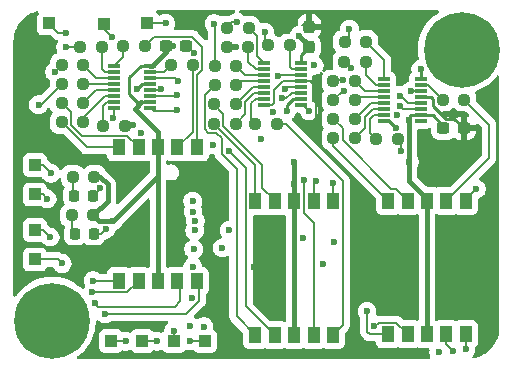
<source format=gbr>
%TF.GenerationSoftware,KiCad,Pcbnew,9.0.5*%
%TF.CreationDate,2026-01-13T20:57:06-06:00*%
%TF.ProjectId,Supplemental Monitoring PCB,53757070-6c65-46d6-956e-74616c204d6f,rev?*%
%TF.SameCoordinates,Original*%
%TF.FileFunction,Copper,L1,Top*%
%TF.FilePolarity,Positive*%
%FSLAX46Y46*%
G04 Gerber Fmt 4.6, Leading zero omitted, Abs format (unit mm)*
G04 Created by KiCad (PCBNEW 9.0.5) date 2026-01-13 20:57:06*
%MOMM*%
%LPD*%
G01*
G04 APERTURE LIST*
G04 Aperture macros list*
%AMRoundRect*
0 Rectangle with rounded corners*
0 $1 Rounding radius*
0 $2 $3 $4 $5 $6 $7 $8 $9 X,Y pos of 4 corners*
0 Add a 4 corners polygon primitive as box body*
4,1,4,$2,$3,$4,$5,$6,$7,$8,$9,$2,$3,0*
0 Add four circle primitives for the rounded corners*
1,1,$1+$1,$2,$3*
1,1,$1+$1,$4,$5*
1,1,$1+$1,$6,$7*
1,1,$1+$1,$8,$9*
0 Add four rect primitives between the rounded corners*
20,1,$1+$1,$2,$3,$4,$5,0*
20,1,$1+$1,$4,$5,$6,$7,0*
20,1,$1+$1,$6,$7,$8,$9,0*
20,1,$1+$1,$8,$9,$2,$3,0*%
G04 Aperture macros list end*
%TA.AperFunction,SMDPad,CuDef*%
%ADD10RoundRect,0.237500X-0.250000X-0.237500X0.250000X-0.237500X0.250000X0.237500X-0.250000X0.237500X0*%
%TD*%
%TA.AperFunction,SMDPad,CuDef*%
%ADD11RoundRect,0.237500X-0.300000X-0.237500X0.300000X-0.237500X0.300000X0.237500X-0.300000X0.237500X0*%
%TD*%
%TA.AperFunction,SMDPad,CuDef*%
%ADD12R,0.977900X0.304800*%
%TD*%
%TA.AperFunction,SMDPad,CuDef*%
%ADD13RoundRect,0.237500X0.237500X-0.300000X0.237500X0.300000X-0.237500X0.300000X-0.237500X-0.300000X0*%
%TD*%
%TA.AperFunction,SMDPad,CuDef*%
%ADD14RoundRect,0.237500X0.250000X0.237500X-0.250000X0.237500X-0.250000X-0.237500X0.250000X-0.237500X0*%
%TD*%
%TA.AperFunction,SMDPad,CuDef*%
%ADD15R,1.025000X1.363996*%
%TD*%
%TA.AperFunction,SMDPad,CuDef*%
%ADD16R,1.000000X1.000000*%
%TD*%
%TA.AperFunction,SMDPad,CuDef*%
%ADD17RoundRect,0.218750X0.218750X0.256250X-0.218750X0.256250X-0.218750X-0.256250X0.218750X-0.256250X0*%
%TD*%
%TA.AperFunction,ComponentPad*%
%ADD18C,3.600000*%
%TD*%
%TA.AperFunction,ConnectorPad*%
%ADD19C,6.400000*%
%TD*%
%TA.AperFunction,ViaPad*%
%ADD20C,0.600000*%
%TD*%
%TA.AperFunction,Conductor*%
%ADD21C,0.290000*%
%TD*%
%TA.AperFunction,Conductor*%
%ADD22C,0.400000*%
%TD*%
%TA.AperFunction,Conductor*%
%ADD23C,0.200000*%
%TD*%
G04 APERTURE END LIST*
D10*
%TO.P,R31,1*%
%TO.N,Net-(R31-Pad1)*%
X150136061Y-101730378D03*
%TO.P,R31,2*%
%TO.N,/Seven Segment/2b*%
X151961061Y-101730378D03*
%TD*%
D11*
%TO.P,C20,1*%
%TO.N,+3.3V*%
X144947500Y-103320000D03*
%TO.P,C20,2*%
%TO.N,GND*%
X146672500Y-103320000D03*
%TD*%
D12*
%TO.P,U7,1,QB*%
%TO.N,/Seven Segment/3b*%
X163458144Y-106129653D03*
%TO.P,U7,2,QC*%
%TO.N,/Seven Segment/3c*%
X163458144Y-106629779D03*
%TO.P,U7,3,QD*%
%TO.N,/Seven Segment/3d*%
X163458144Y-107129905D03*
%TO.P,U7,4,QE*%
%TO.N,/Seven Segment/3e*%
X163458144Y-107630031D03*
%TO.P,U7,5,QF*%
%TO.N,/Seven Segment/3f*%
X163458144Y-108130157D03*
%TO.P,U7,6,QG*%
%TO.N,/Seven Segment/3g*%
X163458144Y-108630283D03*
%TO.P,U7,7,QH*%
%TO.N,/Seven Segment/3h*%
X163458144Y-109130409D03*
%TO.P,U7,8,GND*%
%TO.N,GND*%
X163458144Y-109630535D03*
%TO.P,U7,9,QH'*%
%TO.N,unconnected-(U7-QH&apos;-Pad9)*%
X166544244Y-109630535D03*
%TO.P,U7,10,~{SRCLR}*%
%TO.N,+3.3V*%
X166544244Y-109130409D03*
%TO.P,U7,11,SRCLK*%
%TO.N,/SRCLK*%
X166544244Y-108630283D03*
%TO.P,U7,12,RCLK*%
%TO.N,/RCLK*%
X166544244Y-108130157D03*
%TO.P,U7,13,~{OE}*%
%TO.N,GND*%
X166544244Y-107630031D03*
%TO.P,U7,14,SER*%
%TO.N,Net-(U6-QH')*%
X166544244Y-107129905D03*
%TO.P,U7,15,QA*%
%TO.N,/Seven Segment/3a*%
X166544244Y-106629779D03*
%TO.P,U7,16,VCC*%
%TO.N,+3.3V*%
X166544244Y-106129653D03*
%TD*%
D13*
%TO.P,C21,1*%
%TO.N,+3.3V*%
X157088561Y-103380378D03*
%TO.P,C21,2*%
%TO.N,GND*%
X157088561Y-101655378D03*
%TD*%
D14*
%TO.P,R40,1*%
%TO.N,+3.3V*%
X138905000Y-114360000D03*
%TO.P,R40,2*%
%TO.N,Net-(D2-A)*%
X137080000Y-114360000D03*
%TD*%
%TO.P,R25,1*%
%TO.N,/Seven Segment/2d*%
X150921061Y-105020378D03*
%TO.P,R25,2*%
%TO.N,Net-(R25-Pad2)*%
X149096061Y-105020378D03*
%TD*%
D10*
%TO.P,R27,1*%
%TO.N,/Seven Segment/2h*%
X152546061Y-109890378D03*
%TO.P,R27,2*%
%TO.N,Net-(R27-Pad2)*%
X154371061Y-109890378D03*
%TD*%
D14*
%TO.P,R18,1*%
%TO.N,/Seven Segment/1c*%
X139550000Y-103350000D03*
%TO.P,R18,2*%
%TO.N,Net-(R18-Pad2)*%
X137725000Y-103350000D03*
%TD*%
D15*
%TO.P,U9,1,1*%
%TO.N,Net-(R24-Pad2)*%
X152532500Y-127770000D03*
%TO.P,U9,2,2*%
%TO.N,Net-(R25-Pad2)*%
X154175000Y-127770000D03*
%TO.P,U9,3,3*%
%TO.N,+3.3V*%
X155817500Y-127770000D03*
%TO.P,U9,4,4*%
%TO.N,Net-(R26-Pad2)*%
X157460000Y-127770000D03*
%TO.P,U9,5,5*%
%TO.N,Net-(R27-Pad2)*%
X159102500Y-127770000D03*
%TO.P,U9,6,6*%
%TO.N,Net-(R31-Pad1)*%
X159102500Y-116460000D03*
%TO.P,U9,7,7*%
%TO.N,Net-(R30-Pad1)*%
X157460000Y-116460000D03*
%TO.P,U9,8,8*%
%TO.N,+3.3V*%
X155817500Y-116460000D03*
%TO.P,U9,9,9*%
%TO.N,Net-(R29-Pad1)*%
X154175000Y-116460000D03*
%TO.P,U9,10,10*%
%TO.N,Net-(R28-Pad2)*%
X152532500Y-116460000D03*
%TD*%
D16*
%TO.P,SER,1,1*%
%TO.N,/SER*%
X143360000Y-101360000D03*
%TD*%
D10*
%TO.P,R37,1*%
%TO.N,Net-(R37-Pad1)*%
X159127594Y-109480094D03*
%TO.P,R37,2*%
%TO.N,/Seven Segment/3f*%
X160952594Y-109480094D03*
%TD*%
D16*
%TO.P,SUPP_REG+,1,1*%
%TO.N,/SUPP_REG+*%
X133860000Y-113370000D03*
%TD*%
D10*
%TO.P,R21,1*%
%TO.N,Net-(R21-Pad1)*%
X136135000Y-108130000D03*
%TO.P,R21,2*%
%TO.N,/Seven Segment/1f*%
X137960000Y-108130000D03*
%TD*%
D14*
%TO.P,R38,1*%
%TO.N,Net-(R38-Pad1)*%
X170222500Y-107860000D03*
%TO.P,R38,2*%
%TO.N,/Seven Segment/3a*%
X168397500Y-107860000D03*
%TD*%
D17*
%TO.P,D2,1,K*%
%TO.N,/Status_LED2*%
X138760000Y-115970000D03*
%TO.P,D2,2,A*%
%TO.N,Net-(D2-A)*%
X137185000Y-115970000D03*
%TD*%
D15*
%TO.P,U10,1,1*%
%TO.N,Net-(R32-Pad2)*%
X163782500Y-127700000D03*
%TO.P,U10,2,2*%
%TO.N,Net-(R33-Pad2)*%
X165425000Y-127700000D03*
%TO.P,U10,3,3*%
%TO.N,+3.3V*%
X167067500Y-127700000D03*
%TO.P,U10,4,4*%
%TO.N,Net-(R34-Pad2)*%
X168710000Y-127700000D03*
%TO.P,U10,5,5*%
%TO.N,Net-(R35-Pad2)*%
X170352500Y-127700000D03*
%TO.P,U10,6,6*%
%TO.N,Net-(R39-Pad1)*%
X170352500Y-116390000D03*
%TO.P,U10,7,7*%
%TO.N,Net-(R38-Pad1)*%
X168710000Y-116390000D03*
%TO.P,U10,8,8*%
%TO.N,+3.3V*%
X167067500Y-116390000D03*
%TO.P,U10,9,9*%
%TO.N,Net-(R37-Pad1)*%
X165425000Y-116390000D03*
%TO.P,U10,10,10*%
%TO.N,Net-(R36-Pad1)*%
X163782500Y-116390000D03*
%TD*%
D14*
%TO.P,R1,1*%
%TO.N,+3.3V*%
X138812500Y-117640000D03*
%TO.P,R1,2*%
%TO.N,Net-(D1-A)*%
X136987500Y-117640000D03*
%TD*%
D12*
%TO.P,U6,1,QB*%
%TO.N,/Seven Segment/2b*%
X153298561Y-104769622D03*
%TO.P,U6,2,QC*%
%TO.N,/Seven Segment/2c*%
X153298561Y-105269748D03*
%TO.P,U6,3,QD*%
%TO.N,/Seven Segment/2d*%
X153298561Y-105769874D03*
%TO.P,U6,4,QE*%
%TO.N,/Seven Segment/2e*%
X153298561Y-106270000D03*
%TO.P,U6,5,QF*%
%TO.N,/Seven Segment/2f*%
X153298561Y-106770126D03*
%TO.P,U6,6,QG*%
%TO.N,/Seven Segment/2g*%
X153298561Y-107270252D03*
%TO.P,U6,7,QH*%
%TO.N,/Seven Segment/2h*%
X153298561Y-107770378D03*
%TO.P,U6,8,GND*%
%TO.N,GND*%
X153298561Y-108270504D03*
%TO.P,U6,9,QH'*%
%TO.N,Net-(U6-QH')*%
X156384661Y-108270504D03*
%TO.P,U6,10,~{SRCLR}*%
%TO.N,+3.3V*%
X156384661Y-107770378D03*
%TO.P,U6,11,SRCLK*%
%TO.N,/SRCLK*%
X156384661Y-107270252D03*
%TO.P,U6,12,RCLK*%
%TO.N,/RCLK*%
X156384661Y-106770126D03*
%TO.P,U6,13,~{OE}*%
%TO.N,GND*%
X156384661Y-106270000D03*
%TO.P,U6,14,SER*%
%TO.N,Net-(U5-QH')*%
X156384661Y-105769874D03*
%TO.P,U6,15,QA*%
%TO.N,/Seven Segment/2a*%
X156384661Y-105269748D03*
%TO.P,U6,16,VCC*%
%TO.N,+3.3V*%
X156384661Y-104769622D03*
%TD*%
D18*
%TO.P,H4,1*%
%TO.N,N/C*%
X135330000Y-126550000D03*
D19*
X135330000Y-126550000D03*
%TD*%
D16*
%TO.P,SUPPMON_I1,1,1*%
%TO.N,/SUPPMON_I1*%
X142970000Y-128270000D03*
%TD*%
D10*
%TO.P,R19,1*%
%TO.N,/Seven Segment/1h*%
X139637500Y-110090000D03*
%TO.P,R19,2*%
%TO.N,Net-(R19-Pad2)*%
X141462500Y-110090000D03*
%TD*%
D11*
%TO.P,C22,1*%
%TO.N,+3.3V*%
X168457500Y-110270000D03*
%TO.P,C22,2*%
%TO.N,GND*%
X170182500Y-110270000D03*
%TD*%
D16*
%TO.P,SRCLK,1,1*%
%TO.N,/SRCLK*%
X139725000Y-101420000D03*
%TD*%
D14*
%TO.P,R23,1*%
%TO.N,Net-(R23-Pad1)*%
X143182500Y-103330000D03*
%TO.P,R23,2*%
%TO.N,/Seven Segment/1b*%
X141357500Y-103330000D03*
%TD*%
%TO.P,R26,1*%
%TO.N,/Seven Segment/2c*%
X151921061Y-103350378D03*
%TO.P,R26,2*%
%TO.N,Net-(R26-Pad2)*%
X150096061Y-103350378D03*
%TD*%
%TO.P,R28,1*%
%TO.N,/Seven Segment/2g*%
X150861061Y-109890378D03*
%TO.P,R28,2*%
%TO.N,Net-(R28-Pad2)*%
X149036061Y-109890378D03*
%TD*%
D12*
%TO.P,U5,1,QB*%
%TO.N,/Seven Segment/1b*%
X140570000Y-105019244D03*
%TO.P,U5,2,QC*%
%TO.N,/Seven Segment/1c*%
X140570000Y-105519370D03*
%TO.P,U5,3,QD*%
%TO.N,/Seven Segment/1d*%
X140570000Y-106019496D03*
%TO.P,U5,4,QE*%
%TO.N,/Seven Segment/1e*%
X140570000Y-106519622D03*
%TO.P,U5,5,QF*%
%TO.N,/Seven Segment/1f*%
X140570000Y-107019748D03*
%TO.P,U5,6,QG*%
%TO.N,/Seven Segment/1g*%
X140570000Y-107519874D03*
%TO.P,U5,7,QH*%
%TO.N,/Seven Segment/1h*%
X140570000Y-108020000D03*
%TO.P,U5,8,GND*%
%TO.N,GND*%
X140570000Y-108520126D03*
%TO.P,U5,9,QH'*%
%TO.N,Net-(U5-QH')*%
X143656100Y-108520126D03*
%TO.P,U5,10,~{SRCLR}*%
%TO.N,+3.3V*%
X143656100Y-108020000D03*
%TO.P,U5,11,SRCLK*%
%TO.N,/SRCLK*%
X143656100Y-107519874D03*
%TO.P,U5,12,RCLK*%
%TO.N,/RCLK*%
X143656100Y-107019748D03*
%TO.P,U5,13,~{OE}*%
%TO.N,GND*%
X143656100Y-106519622D03*
%TO.P,U5,14,SER*%
%TO.N,/SER*%
X143656100Y-106019496D03*
%TO.P,U5,15,QA*%
%TO.N,/Seven Segment/1a*%
X143656100Y-105519370D03*
%TO.P,U5,16,VCC*%
%TO.N,+3.3V*%
X143656100Y-105019244D03*
%TD*%
D14*
%TO.P,R22,1*%
%TO.N,Net-(R22-Pad1)*%
X147222500Y-104900000D03*
%TO.P,R22,2*%
%TO.N,/Seven Segment/1a*%
X145397500Y-104900000D03*
%TD*%
%TO.P,R24,1*%
%TO.N,/Seven Segment/2e*%
X150911061Y-106620378D03*
%TO.P,R24,2*%
%TO.N,Net-(R24-Pad2)*%
X149086061Y-106620378D03*
%TD*%
D10*
%TO.P,R20,1*%
%TO.N,Net-(R20-Pad1)*%
X136135000Y-109760000D03*
%TO.P,R20,2*%
%TO.N,/Seven Segment/1g*%
X137960000Y-109760000D03*
%TD*%
%TO.P,R35,1*%
%TO.N,/Seven Segment/3h*%
X162787594Y-111180094D03*
%TO.P,R35,2*%
%TO.N,Net-(R35-Pad2)*%
X164612594Y-111180094D03*
%TD*%
%TO.P,R39,1*%
%TO.N,Net-(R39-Pad1)*%
X160087594Y-102940094D03*
%TO.P,R39,2*%
%TO.N,/Seven Segment/3b*%
X161912594Y-102940094D03*
%TD*%
%TO.P,R29,1*%
%TO.N,Net-(R29-Pad1)*%
X149036061Y-108230378D03*
%TO.P,R29,2*%
%TO.N,/Seven Segment/2f*%
X150861061Y-108230378D03*
%TD*%
D16*
%TO.P,I_SNS_Reg_In,1,1*%
%TO.N,/I_SNS_Reg_In*%
X133860000Y-121370000D03*
%TD*%
D17*
%TO.P,D1,1,K*%
%TO.N,/Status_LED1*%
X138847500Y-119210000D03*
%TO.P,D1,2,A*%
%TO.N,Net-(D1-A)*%
X137272500Y-119210000D03*
%TD*%
D16*
%TO.P,SUPP_IN+,1,1*%
%TO.N,/SUPP_IN+*%
X133860000Y-118878333D03*
%TD*%
D10*
%TO.P,R36,1*%
%TO.N,Net-(R36-Pad1)*%
X159127594Y-111070094D03*
%TO.P,R36,2*%
%TO.N,/Seven Segment/3g*%
X160952594Y-111070094D03*
%TD*%
D16*
%TO.P,RCLK,1,1*%
%TO.N,/RCLK*%
X135050000Y-101390000D03*
%TD*%
D18*
%TO.P,H2,1*%
%TO.N,N/C*%
X170000000Y-103610000D03*
D19*
X170000000Y-103610000D03*
%TD*%
D14*
%TO.P,R16,1*%
%TO.N,/Seven Segment/1e*%
X137960000Y-106510000D03*
%TO.P,R16,2*%
%TO.N,Net-(R16-Pad2)*%
X136135000Y-106510000D03*
%TD*%
%TO.P,R32,1*%
%TO.N,/Seven Segment/3e*%
X160962594Y-107890094D03*
%TO.P,R32,2*%
%TO.N,Net-(R32-Pad2)*%
X159137594Y-107890094D03*
%TD*%
D16*
%TO.P,I_SNS_Reg_Out,1,1*%
%TO.N,/I_SNS_Reg_Out*%
X133860000Y-115861667D03*
%TD*%
D14*
%TO.P,R17,1*%
%TO.N,/Seven Segment/1d*%
X137960000Y-104910000D03*
%TO.P,R17,2*%
%TO.N,Net-(R17-Pad2)*%
X136135000Y-104910000D03*
%TD*%
D16*
%TO.P,SUPPMON_V1,1,1*%
%TO.N,/SUPPMON_V1*%
X145630000Y-128270000D03*
%TD*%
D14*
%TO.P,R34,1*%
%TO.N,/Seven Segment/3c*%
X161892594Y-104630094D03*
%TO.P,R34,2*%
%TO.N,Net-(R34-Pad2)*%
X160067594Y-104630094D03*
%TD*%
%TO.P,R33,1*%
%TO.N,/Seven Segment/3d*%
X160960094Y-106270094D03*
%TO.P,R33,2*%
%TO.N,Net-(R33-Pad2)*%
X159135094Y-106270094D03*
%TD*%
D16*
%TO.P,SUPPMON_V2,1,1*%
%TO.N,/SUPPMON_V2*%
X148290000Y-128270000D03*
%TD*%
D10*
%TO.P,R30,1*%
%TO.N,Net-(R30-Pad1)*%
X153606061Y-103230378D03*
%TO.P,R30,2*%
%TO.N,/Seven Segment/2a*%
X155431061Y-103230378D03*
%TD*%
D16*
%TO.P,SUPPMON_I2,1,1*%
%TO.N,/SUPPMON_I2*%
X140310000Y-128270000D03*
%TD*%
D15*
%TO.P,U8,1,1*%
%TO.N,Net-(R16-Pad2)*%
X141000000Y-123180000D03*
%TO.P,U8,2,2*%
%TO.N,Net-(R17-Pad2)*%
X142642500Y-123180000D03*
%TO.P,U8,3,3*%
%TO.N,+3.3V*%
X144285000Y-123180000D03*
%TO.P,U8,4,4*%
%TO.N,Net-(R18-Pad2)*%
X145927500Y-123180000D03*
%TO.P,U8,5,5*%
%TO.N,Net-(R19-Pad2)*%
X147570000Y-123180000D03*
%TO.P,U8,6,6*%
%TO.N,Net-(R23-Pad1)*%
X147570000Y-111870000D03*
%TO.P,U8,7,7*%
%TO.N,Net-(R22-Pad1)*%
X145927500Y-111870000D03*
%TO.P,U8,8,8*%
%TO.N,+3.3V*%
X144285000Y-111870000D03*
%TO.P,U8,9,9*%
%TO.N,Net-(R21-Pad1)*%
X142642500Y-111870000D03*
%TO.P,U8,10,10*%
%TO.N,Net-(R20-Pad1)*%
X141000000Y-111870000D03*
%TD*%
D20*
%TO.N,+3.3V*%
X165555292Y-113100000D03*
X155200000Y-108760000D03*
X155817500Y-114950000D03*
X144285000Y-111870000D03*
X155817500Y-113140000D03*
X166550000Y-105250000D03*
X158242000Y-121736530D03*
X156267900Y-102409999D03*
X140510000Y-118090000D03*
X165555292Y-109600000D03*
X145590000Y-103270000D03*
%TO.N,/SRCLK*%
X154820000Y-107740000D03*
X164747706Y-108347470D03*
X147260000Y-117320000D03*
X145924473Y-107481305D03*
X140420000Y-102530000D03*
%TO.N,/RCLK*%
X144579296Y-106919874D03*
X164750000Y-107488999D03*
X136510000Y-102200000D03*
X147240000Y-116440000D03*
X155030374Y-106968155D03*
%TO.N,/SER*%
X145990000Y-106270000D03*
X144930000Y-101380000D03*
X147451839Y-118101679D03*
%TO.N,GND*%
X160870000Y-128260000D03*
X147380000Y-103925000D03*
X137440000Y-112510000D03*
X142525000Y-106953509D03*
X157342537Y-110373914D03*
X164427256Y-110205094D03*
X141340765Y-114980765D03*
X147040000Y-100870000D03*
X163590000Y-101280000D03*
X152410000Y-121980000D03*
X166950000Y-110760000D03*
X140510000Y-109350000D03*
X169710000Y-120150000D03*
%TO.N,/Status_LED1*%
X139890000Y-118800000D03*
%TO.N,/Status_LED2*%
X139352503Y-115316359D03*
%TO.N,/SUPPMON_I1*%
X147310000Y-120490000D03*
X144190000Y-128290000D03*
X157505735Y-104935735D03*
X149740000Y-120390000D03*
%TO.N,/I_SNS_Reg_In*%
X147028575Y-127009000D03*
X136170000Y-121710000D03*
X148980000Y-111670000D03*
%TO.N,Net-(R25-Pad2)*%
X150290000Y-112200000D03*
X149050000Y-101400000D03*
%TO.N,Net-(R26-Pad2)*%
X150933561Y-103409456D03*
X152980000Y-111130000D03*
X156660000Y-114630000D03*
%TO.N,/SUPPMON_V2*%
X147250000Y-121970000D03*
X156610000Y-119520000D03*
X147020000Y-128270000D03*
%TO.N,Net-(R30-Pad1)*%
X157665000Y-114715000D03*
X153350000Y-102133803D03*
%TO.N,Net-(R16-Pad2)*%
X134180000Y-108270000D03*
X138790000Y-123170000D03*
%TO.N,Net-(R39-Pad1)*%
X160506998Y-101880000D03*
X171250000Y-115410000D03*
%TO.N,Net-(R17-Pad2)*%
X135540000Y-105500000D03*
X138722998Y-124162998D03*
%TO.N,Net-(R18-Pad2)*%
X138920000Y-125070000D03*
X136480000Y-103400000D03*
%TO.N,Net-(R19-Pad2)*%
X142175834Y-110025255D03*
X139830000Y-125980000D03*
%TO.N,Net-(R31-Pad1)*%
X159150000Y-114920000D03*
X151005531Y-101266571D03*
%TO.N,Net-(R32-Pad2)*%
X161990000Y-125740000D03*
X160000000Y-107080000D03*
%TO.N,Net-(R33-Pad2)*%
X159972594Y-106207739D03*
X162617140Y-127030002D03*
%TO.N,Net-(R34-Pad2)*%
X169280000Y-129130000D03*
X160604804Y-105127052D03*
%TO.N,Net-(R35-Pad2)*%
X170370000Y-128980000D03*
X164855292Y-112180000D03*
%TO.N,Net-(U5-QH')*%
X154058779Y-108860000D03*
X145876000Y-108675304D03*
X154440000Y-105860000D03*
%TO.N,Net-(U6-QH')*%
X164570000Y-109180000D03*
X157069872Y-108759999D03*
X165695971Y-107129941D03*
%TO.N,/I_SNS_Reg_Out*%
X142890000Y-110620000D03*
X134900000Y-116240000D03*
%TO.N,/SUPP_IN+*%
X168060000Y-129230000D03*
X148174883Y-127061203D03*
X135159717Y-119470283D03*
%TO.N,/SUPP_REG+*%
X135220000Y-114060000D03*
%TO.N,/SUPPMON_V1*%
X147180000Y-124600000D03*
X145630000Y-127430000D03*
X159200000Y-119930000D03*
%TO.N,/SUPPMON_I2*%
X141570000Y-128290000D03*
X150340000Y-118880000D03*
X147400000Y-118900000D03*
%TD*%
D21*
%TO.N,+3.3V*%
X167550409Y-109130409D02*
X166544244Y-109130409D01*
D22*
X167067500Y-116390000D02*
X167067500Y-116220502D01*
X144285000Y-111870000D02*
X144285000Y-123180000D01*
D21*
X155711348Y-107768652D02*
X156382935Y-107768652D01*
D22*
X155817500Y-116460000D02*
X155817500Y-127770000D01*
X144285000Y-110592376D02*
X144285000Y-111870000D01*
D21*
X165555292Y-109286137D02*
X165711020Y-109130409D01*
X156382935Y-107768652D02*
X156384661Y-107770378D01*
D22*
X140053503Y-115021003D02*
X139392500Y-114360000D01*
D21*
X168447500Y-110027500D02*
X167550409Y-109130409D01*
D22*
X144285000Y-113225000D02*
X144290000Y-113230000D01*
D21*
X142880000Y-108020000D02*
X143656100Y-108020000D01*
D22*
X140510000Y-118090000D02*
X139262500Y-118090000D01*
X144290000Y-114310000D02*
X140510000Y-118090000D01*
D21*
X165711020Y-109130409D02*
X166544244Y-109130409D01*
D22*
X167067500Y-116390000D02*
X167067500Y-127700000D01*
D21*
X155200000Y-108760000D02*
X155200000Y-108280000D01*
D22*
X144285000Y-111870000D02*
X144285000Y-113225000D01*
D21*
X166544244Y-105255756D02*
X166550000Y-105250000D01*
X155200000Y-108280000D02*
X155711348Y-107768652D01*
D22*
X144947500Y-103795000D02*
X143776530Y-104965970D01*
X157088561Y-103380378D02*
X157088561Y-103230660D01*
D21*
X141880000Y-107380000D02*
X141880000Y-105962120D01*
D22*
X157088561Y-103230660D02*
X156267900Y-102409999D01*
D21*
X166544244Y-106129653D02*
X166544244Y-105255756D01*
D22*
X165555292Y-113100000D02*
X165555292Y-109600000D01*
X144290000Y-113230000D02*
X144290000Y-114310000D01*
D21*
X165555292Y-109600000D02*
X165555292Y-109286137D01*
X142880000Y-108020000D02*
X142520000Y-108020000D01*
D22*
X167067500Y-116220502D02*
X165555292Y-114708294D01*
X165555292Y-114708294D02*
X165555292Y-113100000D01*
D21*
X168447500Y-110030000D02*
X168447500Y-110027500D01*
D22*
X155817500Y-116460000D02*
X155817500Y-114950000D01*
X139262500Y-118090000D02*
X138812500Y-117640000D01*
X155817500Y-114950000D02*
X155817500Y-113140000D01*
X144947500Y-103320000D02*
X144947500Y-103795000D01*
X145590000Y-103270000D02*
X144997500Y-103270000D01*
X140053503Y-116398997D02*
X140053503Y-115021003D01*
X142310000Y-108590000D02*
X142310000Y-108617376D01*
X144997500Y-103270000D02*
X144947500Y-103320000D01*
X142880000Y-108020000D02*
X142310000Y-108590000D01*
D21*
X156384661Y-104084278D02*
X157088561Y-103380378D01*
D22*
X143776530Y-104965970D02*
X143656100Y-104965970D01*
D21*
X142520000Y-108020000D02*
X141880000Y-107380000D01*
D22*
X142310000Y-108617376D02*
X144285000Y-110592376D01*
X138812500Y-117640000D02*
X140053503Y-116398997D01*
D21*
X142822876Y-105019244D02*
X143656100Y-105019244D01*
D22*
X139392500Y-114360000D02*
X138905000Y-114360000D01*
D21*
X156384661Y-104769622D02*
X156384661Y-104084278D01*
X141880000Y-105962120D02*
X142822876Y-105019244D01*
D23*
%TO.N,/SRCLK*%
X145885904Y-107519874D02*
X145924473Y-107481305D01*
X139740000Y-101435000D02*
X139725000Y-101420000D01*
X156337935Y-107316978D02*
X156384661Y-107270252D01*
X164747706Y-108347470D02*
X165030519Y-108630283D01*
X155593022Y-107316978D02*
X156337935Y-107316978D01*
X154820000Y-107740000D02*
X155109261Y-107740000D01*
X165030519Y-108630283D02*
X166544244Y-108630283D01*
X143656100Y-107519874D02*
X145885904Y-107519874D01*
X155526609Y-107322652D02*
X155587348Y-107322652D01*
X140420000Y-102530000D02*
X139740000Y-101850000D01*
X155109261Y-107740000D02*
X155526609Y-107322652D01*
X139740000Y-101850000D02*
X139740000Y-101435000D01*
X155587348Y-107322652D02*
X155593022Y-107316978D01*
%TO.N,Net-(D1-A)*%
X136987500Y-117640000D02*
X136987500Y-118925000D01*
X136987500Y-118925000D02*
X137272500Y-119210000D01*
%TO.N,/RCLK*%
X165490157Y-108130157D02*
X166544244Y-108130157D01*
X136510000Y-102200000D02*
X135860000Y-102200000D01*
X155520803Y-106740950D02*
X155549979Y-106770126D01*
X155549979Y-106770126D02*
X156384661Y-106770126D01*
X144579296Y-106919874D02*
X144479422Y-107019748D01*
X164750000Y-107488999D02*
X164848999Y-107488999D01*
X135860000Y-102200000D02*
X135050000Y-101390000D01*
X155030374Y-106968155D02*
X155257579Y-106740950D01*
X164848999Y-107488999D02*
X165490157Y-108130157D01*
X144479422Y-107019748D02*
X143656100Y-107019748D01*
X155257579Y-106740950D02*
X155520803Y-106740950D01*
%TO.N,/SER*%
X145990000Y-106270000D02*
X145739496Y-106019496D01*
X143380000Y-101380000D02*
X143360000Y-101360000D01*
X145739496Y-106019496D02*
X143656100Y-106019496D01*
X144930000Y-101380000D02*
X143380000Y-101380000D01*
%TO.N,/Seven Segment/1e*%
X137960000Y-106510000D02*
X140560378Y-106510000D01*
X140560378Y-106510000D02*
X140570000Y-106519622D01*
%TO.N,/Seven Segment/1d*%
X139069496Y-106019496D02*
X140570000Y-106019496D01*
X137960000Y-104910000D02*
X139069496Y-106019496D01*
%TO.N,/Seven Segment/1c*%
X139819370Y-105519370D02*
X140570000Y-105519370D01*
X139550000Y-103350000D02*
X139550000Y-105250000D01*
X139550000Y-105250000D02*
X139819370Y-105519370D01*
%TO.N,/Seven Segment/1h*%
X139980000Y-108020000D02*
X139637500Y-108362500D01*
X139637500Y-108362500D02*
X139637500Y-110090000D01*
X140570000Y-108020000D02*
X139980000Y-108020000D01*
%TO.N,/Seven Segment/2e*%
X150911061Y-106620378D02*
X151261439Y-106270000D01*
X151261439Y-106270000D02*
X153298561Y-106270000D01*
%TO.N,/Seven Segment/2d*%
X151670557Y-105769874D02*
X153298561Y-105769874D01*
X150921061Y-105020378D02*
X151670557Y-105769874D01*
%TO.N,/Seven Segment/1f*%
X137960000Y-108130000D02*
X139070252Y-107019748D01*
X139070252Y-107019748D02*
X140570000Y-107019748D01*
%TO.N,/Seven Segment/1g*%
X138770000Y-108576650D02*
X138770000Y-108570000D01*
X137960000Y-109760000D02*
X137960000Y-109386650D01*
X137960000Y-109386650D02*
X138770000Y-108576650D01*
X138770000Y-108570000D02*
X139820126Y-107519874D01*
X139820126Y-107519874D02*
X140570000Y-107519874D01*
%TO.N,/Seven Segment/1a*%
X144778130Y-105519370D02*
X145397500Y-104900000D01*
X143656100Y-105519370D02*
X144778130Y-105519370D01*
%TO.N,/Seven Segment/1b*%
X141357500Y-104231744D02*
X140570000Y-105019244D01*
X141357500Y-103330000D02*
X141357500Y-104231744D01*
%TO.N,/Seven Segment/2f*%
X150861061Y-108230378D02*
X152321313Y-106770126D01*
X152321313Y-106770126D02*
X153298561Y-106770126D01*
%TO.N,/Seven Segment/2a*%
X155641437Y-105269748D02*
X156384661Y-105269748D01*
X155431061Y-103230378D02*
X155431061Y-105059372D01*
X155431061Y-105059372D02*
X155641437Y-105269748D01*
%TO.N,/Seven Segment/2b*%
X151961061Y-101730378D02*
X152709561Y-102478878D01*
X152709561Y-102478878D02*
X152709561Y-104180622D01*
X152709561Y-104180622D02*
X153298561Y-104769622D01*
%TO.N,/Seven Segment/3f*%
X162302531Y-108130157D02*
X163458144Y-108130157D01*
X160952594Y-109480094D02*
X162302531Y-108130157D01*
%TO.N,/Seven Segment/3g*%
X162458144Y-108630283D02*
X163458144Y-108630283D01*
X161778144Y-110244544D02*
X161778144Y-109310283D01*
X161778144Y-109310283D02*
X162458144Y-108630283D01*
X160952594Y-111070094D02*
X161778144Y-110244544D01*
%TO.N,/Seven Segment/3a*%
X168397500Y-107860000D02*
X167167279Y-106629779D01*
X167167279Y-106629779D02*
X166544244Y-106629779D01*
%TO.N,/Seven Segment/3b*%
X163458144Y-104485644D02*
X163458144Y-106129653D01*
X161912594Y-102940094D02*
X163458144Y-104485644D01*
%TO.N,/Seven Segment/2g*%
X152408687Y-107270252D02*
X153298561Y-107270252D01*
X150861061Y-109890378D02*
X151658561Y-109092878D01*
X151658561Y-109092878D02*
X151658561Y-108020378D01*
X151658561Y-108020378D02*
X152408687Y-107270252D01*
%TO.N,/Seven Segment/2c*%
X151921061Y-103350378D02*
X151921061Y-104635472D01*
X152555337Y-105269748D02*
X153298561Y-105269748D01*
X151921061Y-104635472D02*
X152555337Y-105269748D01*
%TO.N,/Seven Segment/2h*%
X152208561Y-108117154D02*
X152555337Y-107770378D01*
X152555337Y-107770378D02*
X153298561Y-107770378D01*
X152546061Y-109890378D02*
X152208561Y-109552878D01*
X152208561Y-109552878D02*
X152208561Y-108117154D01*
%TO.N,/Seven Segment/3e*%
X160962594Y-107890094D02*
X161222657Y-107630031D01*
X161222657Y-107630031D02*
X163458144Y-107630031D01*
%TO.N,/Seven Segment/3d*%
X160960094Y-106270094D02*
X161819905Y-107129905D01*
X161819905Y-107129905D02*
X163458144Y-107129905D01*
%TO.N,/Seven Segment/3c*%
X161892594Y-105744733D02*
X162777640Y-106629779D01*
X162777640Y-106629779D02*
X163458144Y-106629779D01*
X161892594Y-104630094D02*
X161892594Y-105744733D01*
%TO.N,/Seven Segment/3h*%
X162236694Y-109462783D02*
X162569068Y-109130409D01*
X162236694Y-110629194D02*
X162236694Y-109462783D01*
X162569068Y-109130409D02*
X163458144Y-109130409D01*
X162787594Y-111180094D02*
X162236694Y-110629194D01*
D21*
%TO.N,GND*%
X143656100Y-106519622D02*
X142958887Y-106519622D01*
X163852697Y-109630535D02*
X164427256Y-110205094D01*
D23*
X154878586Y-106270000D02*
X154088511Y-107060075D01*
D21*
X166544244Y-107630031D02*
X167377468Y-107630031D01*
X163458144Y-109630535D02*
X163852697Y-109630535D01*
X167564000Y-108345774D02*
X168667226Y-109449000D01*
D23*
X157670872Y-110045579D02*
X157342537Y-110373914D01*
X156384661Y-106270000D02*
X154878586Y-106270000D01*
D21*
X167564000Y-107816563D02*
X167564000Y-108345774D01*
D23*
X156384661Y-106270000D02*
X157127885Y-106270000D01*
X146775000Y-103320000D02*
X147380000Y-103925000D01*
X140570000Y-108520126D02*
X140570000Y-109290000D01*
X141340765Y-114980765D02*
X138870000Y-112510000D01*
X140570000Y-109290000D02*
X140510000Y-109350000D01*
X157127885Y-106270000D02*
X157670872Y-106812987D01*
D21*
X167377468Y-107630031D02*
X167564000Y-107816563D01*
D23*
X154088511Y-108131489D02*
X153949496Y-108270504D01*
X157670872Y-106812987D02*
X157670872Y-110045579D01*
D21*
X169361500Y-109449000D02*
X170182500Y-110270000D01*
D23*
X153949496Y-108270504D02*
X153298561Y-108270504D01*
X154088511Y-107060075D02*
X154088511Y-108131489D01*
D21*
X168667226Y-109449000D02*
X169361500Y-109449000D01*
D23*
X146672500Y-103320000D02*
X146775000Y-103320000D01*
X138870000Y-112510000D02*
X137440000Y-112510000D01*
D21*
X142958887Y-106519622D02*
X142525000Y-106953509D01*
D23*
%TO.N,/Status_LED1*%
X138857500Y-119220000D02*
X138847500Y-119210000D01*
X139460000Y-119220000D02*
X138857500Y-119220000D01*
X139630000Y-119060000D02*
X139620000Y-119060000D01*
X139890000Y-118800000D02*
X139630000Y-119060000D01*
X139620000Y-119060000D02*
X139460000Y-119220000D01*
%TO.N,Net-(D2-A)*%
X137080000Y-114360000D02*
X137080000Y-115865000D01*
X137080000Y-115865000D02*
X137185000Y-115970000D01*
%TO.N,/Status_LED2*%
X139352503Y-115316359D02*
X139352503Y-115377497D01*
X139352503Y-115377497D02*
X138760000Y-115970000D01*
%TO.N,/SUPPMON_I1*%
X144170000Y-128270000D02*
X144190000Y-128290000D01*
X142970000Y-128270000D02*
X144170000Y-128270000D01*
%TO.N,/I_SNS_Reg_In*%
X135830000Y-121370000D02*
X133860000Y-121370000D01*
X136170000Y-121710000D02*
X135830000Y-121370000D01*
%TO.N,Net-(R24-Pad2)*%
X148247561Y-107458878D02*
X149086061Y-106620378D01*
X148556427Y-110666378D02*
X148247561Y-110357512D01*
X149689000Y-111115378D02*
X149240000Y-110666378D01*
X150941000Y-113700943D02*
X149689000Y-112448943D01*
X149689000Y-112448943D02*
X149689000Y-111115378D01*
X149240000Y-110666378D02*
X148556427Y-110666378D01*
X148247561Y-110357512D02*
X148247561Y-107458878D01*
X150941000Y-126178500D02*
X150941000Y-113700943D01*
X152532500Y-127770000D02*
X150941000Y-126178500D01*
%TO.N,Net-(R25-Pad2)*%
X151719000Y-125314000D02*
X151719000Y-113629000D01*
X149096061Y-101446061D02*
X149096061Y-105020378D01*
X149050000Y-101400000D02*
X149096061Y-101446061D01*
X151719000Y-113629000D02*
X150290000Y-112200000D01*
X154175000Y-127770000D02*
X151719000Y-125314000D01*
%TO.N,Net-(R26-Pad2)*%
X150155139Y-103409456D02*
X150096061Y-103350378D01*
X150933561Y-103409456D02*
X150155139Y-103409456D01*
X156646500Y-117442998D02*
X156646500Y-114643500D01*
X157460000Y-127770000D02*
X157460000Y-118256498D01*
X156646500Y-114643500D02*
X156660000Y-114630000D01*
X157460000Y-118256498D02*
X156646500Y-117442998D01*
%TO.N,/SUPPMON_V2*%
X148290000Y-128270000D02*
X147020000Y-128270000D01*
%TO.N,Net-(R29-Pad1)*%
X154175000Y-116365000D02*
X153090000Y-115280000D01*
X154175000Y-116460000D02*
X154175000Y-116365000D01*
X149824561Y-109018878D02*
X149036061Y-108230378D01*
X153090000Y-113374951D02*
X149824561Y-110109512D01*
X149824561Y-110109512D02*
X149824561Y-109018878D01*
X153090000Y-115280000D02*
X153090000Y-113374951D01*
%TO.N,Net-(R30-Pad1)*%
X153350000Y-102974317D02*
X153606061Y-103230378D01*
X157665000Y-114715000D02*
X157460000Y-114920000D01*
X153350000Y-102133803D02*
X153350000Y-102974317D01*
X157460000Y-114920000D02*
X157460000Y-116460000D01*
%TO.N,Net-(R16-Pad2)*%
X134375000Y-108270000D02*
X136135000Y-106510000D01*
X139050000Y-123180000D02*
X141000000Y-123180000D01*
X134180000Y-108270000D02*
X134375000Y-108270000D01*
X138790000Y-123170000D02*
X139040000Y-123170000D01*
X139040000Y-123170000D02*
X139050000Y-123180000D01*
%TO.N,Net-(R36-Pad1)*%
X159127594Y-111735094D02*
X159127594Y-111070094D01*
X163782500Y-116390000D02*
X159127594Y-111735094D01*
%TO.N,Net-(R37-Pad1)*%
X164442002Y-115407002D02*
X164033868Y-115407002D01*
X164033868Y-115407002D02*
X159916094Y-111289228D01*
X165425000Y-116390000D02*
X164442002Y-115407002D01*
X159916094Y-110268594D02*
X159127594Y-109480094D01*
X159916094Y-111289228D02*
X159916094Y-110268594D01*
%TO.N,Net-(R38-Pad1)*%
X172350000Y-109987500D02*
X170222500Y-107860000D01*
X172350000Y-112750000D02*
X172350000Y-109987500D01*
X168710000Y-116390000D02*
X172350000Y-112750000D01*
%TO.N,Net-(R39-Pad1)*%
X160506998Y-102520690D02*
X160087594Y-102940094D01*
X160506998Y-101880000D02*
X160506998Y-102520690D01*
X170352500Y-116390000D02*
X170352500Y-116307500D01*
X170352500Y-116307500D02*
X171250000Y-115410000D01*
%TO.N,Net-(R17-Pad2)*%
X135545000Y-105500000D02*
X136135000Y-104910000D01*
X138722998Y-124162998D02*
X141659502Y-124162998D01*
X141659502Y-124162998D02*
X142642500Y-123180000D01*
X135540000Y-105500000D02*
X135545000Y-105500000D01*
%TO.N,Net-(R18-Pad2)*%
X138920000Y-125070000D02*
X139230000Y-125380000D01*
X146180000Y-123432500D02*
X145927500Y-123180000D01*
X139230000Y-125380000D02*
X145723087Y-125380000D01*
X136480000Y-103400000D02*
X137675000Y-103400000D01*
X146180000Y-124923087D02*
X146180000Y-123432500D01*
X145723087Y-125380000D02*
X146180000Y-124923087D01*
X137675000Y-103400000D02*
X137725000Y-103350000D01*
%TO.N,Net-(R19-Pad2)*%
X147781000Y-123391000D02*
X147781000Y-124848943D01*
X141527245Y-110025255D02*
X141462500Y-110090000D01*
X142175834Y-110025255D02*
X141527245Y-110025255D01*
X146649943Y-125980000D02*
X139830000Y-125980000D01*
X147570000Y-123180000D02*
X147781000Y-123391000D01*
X147781000Y-124848943D02*
X146649943Y-125980000D01*
%TO.N,Net-(R20-Pad1)*%
X141000000Y-111870000D02*
X138245000Y-111870000D01*
X138245000Y-111870000D02*
X136135000Y-109760000D01*
%TO.N,Net-(R21-Pad1)*%
X137831368Y-110887002D02*
X136923500Y-109979134D01*
X142642500Y-111870000D02*
X141659502Y-110887002D01*
X136923500Y-108918500D02*
X136135000Y-108130000D01*
X141659502Y-110887002D02*
X137831368Y-110887002D01*
X136923500Y-109979134D02*
X136923500Y-108918500D01*
%TO.N,Net-(R22-Pad1)*%
X145927500Y-111870000D02*
X147222500Y-110575000D01*
X147222500Y-110575000D02*
X147222500Y-104900000D01*
%TO.N,Net-(R23-Pad1)*%
X147623500Y-105754634D02*
X148011000Y-105367134D01*
X147623500Y-111816500D02*
X147623500Y-105754634D01*
X147202134Y-102544000D02*
X143968500Y-102544000D01*
X143968500Y-102544000D02*
X143182500Y-103330000D01*
X148011000Y-103352866D02*
X147202134Y-102544000D01*
X148011000Y-105367134D02*
X148011000Y-103352866D01*
X147570000Y-111870000D02*
X147623500Y-111816500D01*
%TO.N,Net-(R27-Pad2)*%
X155100378Y-109890378D02*
X154371061Y-109890378D01*
X159102500Y-127770000D02*
X159916000Y-126956500D01*
X159916000Y-126956500D02*
X159916000Y-114706000D01*
X159916000Y-114706000D02*
X155100378Y-109890378D01*
%TO.N,Net-(R28-Pad2)*%
X152532500Y-113386817D02*
X149036061Y-109890378D01*
X152532500Y-116460000D02*
X152532500Y-113386817D01*
%TO.N,Net-(R31-Pad1)*%
X150599868Y-101266571D02*
X150136061Y-101730378D01*
X151005531Y-101266571D02*
X150599868Y-101266571D01*
X159102500Y-116460000D02*
X159102500Y-114967500D01*
X159102500Y-114967500D02*
X159150000Y-114920000D01*
%TO.N,Net-(R32-Pad2)*%
X161990000Y-125740000D02*
X161990000Y-127470000D01*
X161990000Y-127470000D02*
X162220000Y-127700000D01*
X162220000Y-127700000D02*
X163782500Y-127700000D01*
X159947688Y-107080000D02*
X159137594Y-107890094D01*
X160000000Y-107080000D02*
X159947688Y-107080000D01*
%TO.N,Net-(R33-Pad2)*%
X164442002Y-126717002D02*
X165425000Y-127700000D01*
X163015026Y-126717002D02*
X164442002Y-126717002D01*
X159197449Y-106207739D02*
X159135094Y-106270094D01*
X162702026Y-127030002D02*
X163015026Y-126717002D01*
X162617140Y-127030002D02*
X162702026Y-127030002D01*
X159972594Y-106207739D02*
X159197449Y-106207739D01*
%TO.N,Net-(R34-Pad2)*%
X168710000Y-127700000D02*
X168710000Y-128560000D01*
X160604804Y-105127052D02*
X160564552Y-105127052D01*
X168710000Y-128560000D02*
X169280000Y-129130000D01*
X160564552Y-105127052D02*
X160067594Y-104630094D01*
%TO.N,Net-(R35-Pad2)*%
X170352500Y-128962500D02*
X170370000Y-128980000D01*
X164855292Y-111422792D02*
X164612594Y-111180094D01*
X164855292Y-112180000D02*
X164855292Y-111422792D01*
X170352500Y-127700000D02*
X170352500Y-128962500D01*
%TO.N,Net-(U5-QH')*%
X154780000Y-105730000D02*
X156344787Y-105730000D01*
X154440000Y-105860000D02*
X154650000Y-105860000D01*
X156344787Y-105730000D02*
X156384661Y-105769874D01*
X143920000Y-108790000D02*
X145761304Y-108790000D01*
X143656100Y-108520126D02*
X143656100Y-108526100D01*
X154650000Y-105860000D02*
X154780000Y-105730000D01*
X143656100Y-108526100D02*
X143920000Y-108790000D01*
X145761304Y-108790000D02*
X145876000Y-108675304D01*
%TO.N,Net-(U6-QH')*%
X165696007Y-107129905D02*
X166544244Y-107129905D01*
X156384661Y-108270504D02*
X156580377Y-108270504D01*
X156580377Y-108270504D02*
X157069872Y-108759999D01*
X165695971Y-107129941D02*
X165696007Y-107129905D01*
%TO.N,/I_SNS_Reg_Out*%
X134900000Y-116240000D02*
X134521667Y-115861667D01*
X134521667Y-115861667D02*
X133860000Y-115861667D01*
%TO.N,/SUPP_IN+*%
X134567766Y-118878333D02*
X133860000Y-118878333D01*
X135159717Y-119470283D02*
X134567766Y-118878333D01*
%TO.N,/SUPP_REG+*%
X135220000Y-114060000D02*
X135220000Y-114050000D01*
X134540000Y-113370000D02*
X133860000Y-113370000D01*
X135220000Y-114050000D02*
X134540000Y-113370000D01*
%TO.N,/SUPPMON_V1*%
X145630000Y-127430000D02*
X145630000Y-128270000D01*
%TO.N,/SUPPMON_I2*%
X141550000Y-128270000D02*
X141570000Y-128290000D01*
X140310000Y-128270000D02*
X141550000Y-128270000D01*
%TD*%
%TA.AperFunction,Conductor*%
%TO.N,GND*%
G36*
X158166729Y-105509329D02*
G01*
X158222664Y-105551200D01*
X158247082Y-105616663D01*
X158232231Y-105684937D01*
X158228938Y-105690607D01*
X158211689Y-105718573D01*
X158211685Y-105718580D01*
X158187993Y-105790078D01*
X158157420Y-105882341D01*
X158157420Y-105882342D01*
X158157419Y-105882342D01*
X158147094Y-105983409D01*
X158147094Y-106556763D01*
X158147095Y-106556781D01*
X158157419Y-106657846D01*
X158193703Y-106767343D01*
X158197993Y-106780289D01*
X158211686Y-106821609D01*
X158211687Y-106821612D01*
X158226851Y-106846196D01*
X158296581Y-106959247D01*
X158302255Y-106968445D01*
X158327473Y-106993663D01*
X158360958Y-107054986D01*
X158355974Y-107124678D01*
X158327473Y-107169025D01*
X158304755Y-107191742D01*
X158214187Y-107338575D01*
X158214186Y-107338578D01*
X158159920Y-107502341D01*
X158159920Y-107502342D01*
X158159919Y-107502342D01*
X158149594Y-107603409D01*
X158149594Y-108176763D01*
X158149595Y-108176781D01*
X158159919Y-108277846D01*
X158214186Y-108441609D01*
X158214187Y-108441612D01*
X158244395Y-108490586D01*
X158291139Y-108566371D01*
X158304755Y-108588445D01*
X158308723Y-108592413D01*
X158342208Y-108653736D01*
X158337224Y-108723428D01*
X158308723Y-108767775D01*
X158294755Y-108781742D01*
X158204187Y-108928575D01*
X158204185Y-108928580D01*
X158180535Y-108999951D01*
X158149920Y-109092341D01*
X158149920Y-109092342D01*
X158149919Y-109092342D01*
X158139594Y-109193409D01*
X158139594Y-109766763D01*
X158139595Y-109766781D01*
X158149919Y-109867846D01*
X158173517Y-109939057D01*
X158195731Y-110006096D01*
X158204186Y-110031609D01*
X158204187Y-110031612D01*
X158238489Y-110087223D01*
X158274639Y-110145833D01*
X158294755Y-110178445D01*
X158303723Y-110187413D01*
X158337208Y-110248736D01*
X158332224Y-110318428D01*
X158303723Y-110362775D01*
X158294755Y-110371742D01*
X158204187Y-110518575D01*
X158204185Y-110518580D01*
X158191573Y-110556641D01*
X158149920Y-110682341D01*
X158149920Y-110682342D01*
X158149919Y-110682342D01*
X158139594Y-110783409D01*
X158139594Y-111356763D01*
X158139595Y-111356781D01*
X158149919Y-111457846D01*
X158186203Y-111567343D01*
X158204186Y-111621610D01*
X158294754Y-111768444D01*
X158416744Y-111890434D01*
X158556495Y-111976633D01*
X158598785Y-112020172D01*
X158647071Y-112103806D01*
X158647075Y-112103811D01*
X158765943Y-112222679D01*
X158765949Y-112222684D01*
X162733181Y-116189916D01*
X162766666Y-116251239D01*
X162769500Y-116277597D01*
X162769500Y-117119868D01*
X162769501Y-117119874D01*
X162775908Y-117179481D01*
X162826202Y-117314326D01*
X162826206Y-117314333D01*
X162912452Y-117429542D01*
X162912455Y-117429545D01*
X163027664Y-117515791D01*
X163027671Y-117515795D01*
X163162517Y-117566089D01*
X163162516Y-117566089D01*
X163169444Y-117566833D01*
X163222127Y-117572498D01*
X164342872Y-117572497D01*
X164402483Y-117566089D01*
X164537331Y-117515794D01*
X164537334Y-117515791D01*
X164544319Y-117511978D01*
X164612592Y-117497124D01*
X164663181Y-117511978D01*
X164670171Y-117515795D01*
X164805017Y-117566089D01*
X164805016Y-117566089D01*
X164811944Y-117566833D01*
X164864627Y-117572498D01*
X165985372Y-117572497D01*
X166044983Y-117566089D01*
X166179831Y-117515794D01*
X166179839Y-117515787D01*
X166183563Y-117513755D01*
X166187730Y-117512847D01*
X166188141Y-117512695D01*
X166188162Y-117512753D01*
X166251835Y-117498897D01*
X166317302Y-117523308D01*
X166359178Y-117579238D01*
X166367000Y-117622582D01*
X166367000Y-126467416D01*
X166347315Y-126534455D01*
X166294511Y-126580210D01*
X166225353Y-126590154D01*
X166183578Y-126576251D01*
X166179833Y-126574206D01*
X166044982Y-126523910D01*
X166044983Y-126523910D01*
X165985383Y-126517503D01*
X165985381Y-126517502D01*
X165985373Y-126517502D01*
X165985365Y-126517502D01*
X165143099Y-126517502D01*
X165113658Y-126508857D01*
X165083672Y-126502334D01*
X165078656Y-126498579D01*
X165076060Y-126497817D01*
X165055418Y-126481183D01*
X164929592Y-126355357D01*
X164929590Y-126355354D01*
X164810719Y-126236483D01*
X164810718Y-126236482D01*
X164723906Y-126186362D01*
X164723906Y-126186361D01*
X164723902Y-126186360D01*
X164673787Y-126157425D01*
X164521059Y-126116501D01*
X164362945Y-126116501D01*
X164355349Y-126116501D01*
X164355333Y-126116502D01*
X163094087Y-126116502D01*
X163094083Y-126116501D01*
X162935969Y-126116501D01*
X162899504Y-126126271D01*
X162886187Y-126126906D01*
X162864666Y-126121684D01*
X162842529Y-126121157D01*
X162831375Y-126113607D01*
X162818287Y-126110432D01*
X162803006Y-126094406D01*
X162784667Y-126081993D01*
X162779365Y-126069611D01*
X162770072Y-126059865D01*
X162765881Y-126038120D01*
X162757165Y-126017764D01*
X162757966Y-125997051D01*
X162756850Y-125991257D01*
X162758334Y-125987549D01*
X162758671Y-125978854D01*
X162759739Y-125973489D01*
X162775002Y-125896751D01*
X162790500Y-125818844D01*
X162790500Y-125661155D01*
X162790499Y-125661153D01*
X162759738Y-125506510D01*
X162759737Y-125506503D01*
X162759735Y-125506498D01*
X162699397Y-125360827D01*
X162699390Y-125360814D01*
X162611789Y-125229711D01*
X162611786Y-125229707D01*
X162500292Y-125118213D01*
X162500288Y-125118210D01*
X162369185Y-125030609D01*
X162369172Y-125030602D01*
X162223501Y-124970264D01*
X162223489Y-124970261D01*
X162068845Y-124939500D01*
X162068842Y-124939500D01*
X161911158Y-124939500D01*
X161911155Y-124939500D01*
X161756510Y-124970261D01*
X161756498Y-124970264D01*
X161610827Y-125030602D01*
X161610814Y-125030609D01*
X161479711Y-125118210D01*
X161479707Y-125118213D01*
X161368213Y-125229707D01*
X161368210Y-125229711D01*
X161280609Y-125360814D01*
X161280602Y-125360827D01*
X161220264Y-125506498D01*
X161220261Y-125506510D01*
X161189500Y-125661153D01*
X161189500Y-125818846D01*
X161220261Y-125973489D01*
X161220264Y-125973501D01*
X161280602Y-126119172D01*
X161280609Y-126119185D01*
X161368602Y-126250874D01*
X161389480Y-126317551D01*
X161389500Y-126319765D01*
X161389500Y-127383330D01*
X161389499Y-127383348D01*
X161389499Y-127549054D01*
X161389498Y-127549054D01*
X161430423Y-127701786D01*
X161430424Y-127701787D01*
X161442161Y-127722116D01*
X161451405Y-127738127D01*
X161486067Y-127798164D01*
X161509481Y-127838717D01*
X161628349Y-127957585D01*
X161628355Y-127957590D01*
X161735139Y-128064374D01*
X161735149Y-128064385D01*
X161739479Y-128068715D01*
X161739480Y-128068716D01*
X161851284Y-128180520D01*
X161851286Y-128180521D01*
X161851287Y-128180522D01*
X161913674Y-128216540D01*
X161913676Y-128216542D01*
X161964586Y-128245934D01*
X161988215Y-128259577D01*
X162140943Y-128300500D01*
X162645501Y-128300500D01*
X162712540Y-128320185D01*
X162758295Y-128372989D01*
X162769501Y-128424500D01*
X162769501Y-128429874D01*
X162775908Y-128489481D01*
X162826202Y-128624326D01*
X162826206Y-128624333D01*
X162912452Y-128739542D01*
X162912455Y-128739545D01*
X163027664Y-128825791D01*
X163027671Y-128825795D01*
X163162517Y-128876089D01*
X163162516Y-128876089D01*
X163169444Y-128876833D01*
X163222127Y-128882498D01*
X164342872Y-128882497D01*
X164402483Y-128876089D01*
X164537331Y-128825794D01*
X164537334Y-128825791D01*
X164544319Y-128821978D01*
X164612592Y-128807124D01*
X164663181Y-128821978D01*
X164670171Y-128825795D01*
X164805017Y-128876089D01*
X164805016Y-128876089D01*
X164811944Y-128876833D01*
X164864627Y-128882498D01*
X165985372Y-128882497D01*
X166044983Y-128876089D01*
X166179831Y-128825794D01*
X166179834Y-128825791D01*
X166186819Y-128821978D01*
X166255092Y-128807124D01*
X166305681Y-128821978D01*
X166312671Y-128825795D01*
X166447517Y-128876089D01*
X166447516Y-128876089D01*
X166454444Y-128876833D01*
X166507127Y-128882498D01*
X167161845Y-128882497D01*
X167228884Y-128902181D01*
X167274639Y-128954985D01*
X167284583Y-129024144D01*
X167283462Y-129030688D01*
X167259500Y-129151153D01*
X167259500Y-129308846D01*
X167290261Y-129463489D01*
X167290264Y-129463501D01*
X167350602Y-129609172D01*
X167353479Y-129614554D01*
X167351677Y-129615516D01*
X167369766Y-129673290D01*
X167351279Y-129740670D01*
X167299299Y-129787359D01*
X167245786Y-129799500D01*
X137536277Y-129799500D01*
X137469238Y-129779815D01*
X137423483Y-129727011D01*
X137413539Y-129657853D01*
X137442564Y-129594297D01*
X137467386Y-129572398D01*
X137537044Y-129525854D01*
X137818101Y-129295197D01*
X138075197Y-129038101D01*
X138305854Y-128757044D01*
X138507853Y-128454732D01*
X138679247Y-128134076D01*
X138818386Y-127798164D01*
X138923930Y-127450233D01*
X138923932Y-127450223D01*
X138923935Y-127450212D01*
X138985630Y-127140044D01*
X138994862Y-127093631D01*
X139030500Y-126731794D01*
X139030500Y-126611941D01*
X139050185Y-126544902D01*
X139102989Y-126499147D01*
X139172147Y-126489203D01*
X139235703Y-126518228D01*
X139242181Y-126524260D01*
X139319707Y-126601786D01*
X139319711Y-126601789D01*
X139450814Y-126689390D01*
X139450827Y-126689397D01*
X139553184Y-126731794D01*
X139596503Y-126749737D01*
X139751153Y-126780499D01*
X139751156Y-126780500D01*
X139751158Y-126780500D01*
X139908844Y-126780500D01*
X139908845Y-126780499D01*
X140063497Y-126749737D01*
X140209179Y-126689394D01*
X140220209Y-126682024D01*
X140340875Y-126601398D01*
X140407553Y-126580520D01*
X140409766Y-126580500D01*
X145051731Y-126580500D01*
X145118770Y-126600185D01*
X145164525Y-126652989D01*
X145174469Y-126722147D01*
X145145444Y-126785703D01*
X145124373Y-126804292D01*
X145124419Y-126804347D01*
X145122880Y-126805609D01*
X145120621Y-126807603D01*
X145119708Y-126808212D01*
X145008213Y-126919707D01*
X145008210Y-126919711D01*
X144920609Y-127050814D01*
X144920602Y-127050827D01*
X144860264Y-127196498D01*
X144860261Y-127196508D01*
X144834423Y-127326401D01*
X144808100Y-127381550D01*
X144798775Y-127392749D01*
X144772454Y-127412454D01*
X144686204Y-127527669D01*
X144686010Y-127528188D01*
X144682009Y-127532994D01*
X144655550Y-127550744D01*
X144630047Y-127569835D01*
X144626741Y-127570071D01*
X144623987Y-127571919D01*
X144592132Y-127572546D01*
X144560355Y-127574819D01*
X144555407Y-127573269D01*
X144554130Y-127573295D01*
X144552721Y-127572428D01*
X144539263Y-127568214D01*
X144423501Y-127520264D01*
X144423489Y-127520261D01*
X144268845Y-127489500D01*
X144268842Y-127489500D01*
X144111158Y-127489500D01*
X144111155Y-127489500D01*
X143991138Y-127513373D01*
X143921547Y-127507146D01*
X143867681Y-127466068D01*
X143827546Y-127412454D01*
X143798806Y-127390939D01*
X143712335Y-127326206D01*
X143712328Y-127326202D01*
X143577482Y-127275908D01*
X143577483Y-127275908D01*
X143517883Y-127269501D01*
X143517881Y-127269500D01*
X143517873Y-127269500D01*
X143517864Y-127269500D01*
X142422129Y-127269500D01*
X142422123Y-127269501D01*
X142362516Y-127275908D01*
X142227671Y-127326202D01*
X142227664Y-127326206D01*
X142112455Y-127412452D01*
X142035449Y-127515318D01*
X141979515Y-127557188D01*
X141909823Y-127562172D01*
X141888731Y-127555567D01*
X141803501Y-127520264D01*
X141803489Y-127520261D01*
X141648845Y-127489500D01*
X141648842Y-127489500D01*
X141491158Y-127489500D01*
X141491153Y-127489500D01*
X141336322Y-127520298D01*
X141266731Y-127514071D01*
X141212865Y-127472993D01*
X141167546Y-127412454D01*
X141138806Y-127390939D01*
X141052335Y-127326206D01*
X141052328Y-127326202D01*
X140917482Y-127275908D01*
X140917483Y-127275908D01*
X140857883Y-127269501D01*
X140857881Y-127269500D01*
X140857873Y-127269500D01*
X140857864Y-127269500D01*
X139762129Y-127269500D01*
X139762123Y-127269501D01*
X139702516Y-127275908D01*
X139567671Y-127326202D01*
X139567664Y-127326206D01*
X139452455Y-127412452D01*
X139452452Y-127412455D01*
X139366206Y-127527664D01*
X139366202Y-127527671D01*
X139315908Y-127662517D01*
X139311085Y-127707384D01*
X139309501Y-127722123D01*
X139309500Y-127722135D01*
X139309500Y-128817870D01*
X139309501Y-128817876D01*
X139315908Y-128877483D01*
X139366202Y-129012328D01*
X139366206Y-129012335D01*
X139452452Y-129127544D01*
X139452455Y-129127547D01*
X139567664Y-129213793D01*
X139567671Y-129213797D01*
X139702517Y-129264091D01*
X139702516Y-129264091D01*
X139709444Y-129264835D01*
X139762127Y-129270500D01*
X140857872Y-129270499D01*
X140917483Y-129264091D01*
X141052331Y-129213796D01*
X141167546Y-129127546D01*
X141188557Y-129099478D01*
X141244488Y-129057608D01*
X141314180Y-129052622D01*
X141335273Y-129059227D01*
X141336503Y-129059737D01*
X141443650Y-129081050D01*
X141491153Y-129090499D01*
X141491156Y-129090500D01*
X141491158Y-129090500D01*
X141648844Y-129090500D01*
X141648845Y-129090499D01*
X141803497Y-129059737D01*
X141911590Y-129014963D01*
X141981056Y-129007495D01*
X142043536Y-129038770D01*
X142058302Y-129055208D01*
X142112454Y-129127546D01*
X142112457Y-129127548D01*
X142227664Y-129213793D01*
X142227671Y-129213797D01*
X142362517Y-129264091D01*
X142362516Y-129264091D01*
X142369444Y-129264835D01*
X142422127Y-129270500D01*
X143517872Y-129270499D01*
X143577483Y-129264091D01*
X143712331Y-129213796D01*
X143827546Y-129127546D01*
X143841615Y-129108752D01*
X143897547Y-129066879D01*
X143965074Y-129061442D01*
X144010607Y-129070499D01*
X144111155Y-129090500D01*
X144111158Y-129090500D01*
X144268844Y-129090500D01*
X144268845Y-129090499D01*
X144423497Y-129059737D01*
X144562120Y-129002317D01*
X144631589Y-128994849D01*
X144694068Y-129026124D01*
X144708838Y-129042567D01*
X144744721Y-129090500D01*
X144772453Y-129127545D01*
X144772455Y-129127547D01*
X144887664Y-129213793D01*
X144887671Y-129213797D01*
X145022517Y-129264091D01*
X145022516Y-129264091D01*
X145029444Y-129264835D01*
X145082127Y-129270500D01*
X146177872Y-129270499D01*
X146237483Y-129264091D01*
X146372331Y-129213796D01*
X146487546Y-129127546D01*
X146550755Y-129043108D01*
X146606688Y-129001239D01*
X146676380Y-128996255D01*
X146697471Y-129002859D01*
X146786503Y-129039737D01*
X146922954Y-129066879D01*
X146941153Y-129070499D01*
X146941156Y-129070500D01*
X146941158Y-129070500D01*
X147098844Y-129070500D01*
X147098845Y-129070499D01*
X147253497Y-129039737D01*
X147253509Y-129039731D01*
X147259324Y-129037969D01*
X147259892Y-129039842D01*
X147320366Y-129033326D01*
X147382854Y-129064584D01*
X147397642Y-129081043D01*
X147432454Y-129127546D01*
X147432455Y-129127546D01*
X147432456Y-129127548D01*
X147547664Y-129213793D01*
X147547671Y-129213797D01*
X147682517Y-129264091D01*
X147682516Y-129264091D01*
X147689444Y-129264835D01*
X147742127Y-129270500D01*
X148837872Y-129270499D01*
X148897483Y-129264091D01*
X149032331Y-129213796D01*
X149147546Y-129127546D01*
X149233796Y-129012331D01*
X149284091Y-128877483D01*
X149290500Y-128817873D01*
X149290499Y-127722128D01*
X149284091Y-127662517D01*
X149282256Y-127657598D01*
X149233797Y-127527671D01*
X149233793Y-127527664D01*
X149147547Y-127412455D01*
X149147544Y-127412452D01*
X149032336Y-127326207D01*
X149027530Y-127323583D01*
X148978122Y-127274179D01*
X148963268Y-127205907D01*
X148965332Y-127190569D01*
X148975383Y-127140045D01*
X148975383Y-126982361D01*
X148975383Y-126982358D01*
X148975382Y-126982356D01*
X148962920Y-126919707D01*
X148944620Y-126827706D01*
X148944618Y-126827701D01*
X148884280Y-126682030D01*
X148884273Y-126682017D01*
X148796672Y-126550914D01*
X148796669Y-126550910D01*
X148685175Y-126439416D01*
X148685171Y-126439413D01*
X148554068Y-126351812D01*
X148554055Y-126351805D01*
X148408384Y-126291467D01*
X148408372Y-126291464D01*
X148253728Y-126260703D01*
X148253725Y-126260703D01*
X148096041Y-126260703D01*
X148096038Y-126260703D01*
X147941393Y-126291464D01*
X147941381Y-126291467D01*
X147795710Y-126351805D01*
X147795697Y-126351812D01*
X147705132Y-126412327D01*
X147638455Y-126433205D01*
X147571074Y-126414721D01*
X147565233Y-126410880D01*
X147556277Y-126404624D01*
X147538864Y-126387211D01*
X147407754Y-126299606D01*
X147403282Y-126297753D01*
X147393950Y-126291235D01*
X147376537Y-126269502D01*
X147356664Y-126249983D01*
X147354990Y-126242608D01*
X147350263Y-126236708D01*
X147347364Y-126209010D01*
X147341199Y-126181846D01*
X147343777Y-126174737D01*
X147342991Y-126167218D01*
X147355528Y-126142348D01*
X147365027Y-126116165D01*
X147373988Y-126105728D01*
X147374443Y-126104827D01*
X147375090Y-126104445D01*
X147377270Y-126101906D01*
X148149713Y-125329464D01*
X148149716Y-125329463D01*
X148261520Y-125217659D01*
X148311639Y-125130847D01*
X148340577Y-125080728D01*
X148381500Y-124928000D01*
X148381500Y-124769886D01*
X148381500Y-124325440D01*
X148401185Y-124258401D01*
X148431188Y-124226174D01*
X148440046Y-124219544D01*
X148526296Y-124104329D01*
X148576591Y-123969481D01*
X148583000Y-123909871D01*
X148582999Y-122450130D01*
X148576591Y-122390519D01*
X148569124Y-122370500D01*
X148526297Y-122255673D01*
X148526293Y-122255666D01*
X148440047Y-122140457D01*
X148440044Y-122140454D01*
X148324835Y-122054208D01*
X148324828Y-122054204D01*
X148189983Y-122003910D01*
X148160493Y-122000740D01*
X148095943Y-121974002D01*
X148056095Y-121916609D01*
X148051939Y-121897082D01*
X148051689Y-121897132D01*
X148019738Y-121736510D01*
X148019737Y-121736503D01*
X147976100Y-121631153D01*
X147959397Y-121590827D01*
X147959390Y-121590814D01*
X147871789Y-121459711D01*
X147871786Y-121459707D01*
X147760292Y-121348213D01*
X147757666Y-121346058D01*
X147756659Y-121344580D01*
X147755982Y-121343903D01*
X147756110Y-121343774D01*
X147718331Y-121288312D01*
X147716460Y-121218467D01*
X147752647Y-121158699D01*
X147767434Y-121147105D01*
X147820289Y-121111789D01*
X147931789Y-121000289D01*
X148019394Y-120869179D01*
X148079737Y-120723497D01*
X148110500Y-120568842D01*
X148110500Y-120411158D01*
X148110500Y-120411155D01*
X148110499Y-120411153D01*
X148091578Y-120316031D01*
X148079737Y-120256503D01*
X148050327Y-120185500D01*
X148019397Y-120110827D01*
X148019390Y-120110814D01*
X147931789Y-119979711D01*
X147931786Y-119979707D01*
X147820292Y-119868213D01*
X147820288Y-119868210D01*
X147758332Y-119826812D01*
X147713527Y-119773200D01*
X147704820Y-119703875D01*
X147734975Y-119640847D01*
X147774237Y-119613066D01*
X147773809Y-119612264D01*
X147779172Y-119609396D01*
X147779179Y-119609394D01*
X147910289Y-119521789D01*
X148021789Y-119410289D01*
X148109394Y-119279179D01*
X148169737Y-119133497D01*
X148200500Y-118978842D01*
X148200500Y-118821158D01*
X148200500Y-118821155D01*
X148200499Y-118821153D01*
X148176509Y-118700547D01*
X148169737Y-118666503D01*
X148156982Y-118635709D01*
X148144377Y-118605277D01*
X148136908Y-118535808D01*
X148155835Y-118488936D01*
X148161233Y-118480858D01*
X148221576Y-118335176D01*
X148252339Y-118180521D01*
X148252339Y-118022837D01*
X148252339Y-118022834D01*
X148252338Y-118022832D01*
X148234775Y-117934537D01*
X148221576Y-117868182D01*
X148221574Y-117868177D01*
X148161236Y-117722506D01*
X148161229Y-117722493D01*
X148073628Y-117591390D01*
X148069763Y-117586680D01*
X148071900Y-117584925D01*
X148044113Y-117534036D01*
X148043662Y-117483491D01*
X148060500Y-117398842D01*
X148060500Y-117241158D01*
X148060500Y-117241155D01*
X148060499Y-117241153D01*
X148029737Y-117086503D01*
X147997939Y-117009735D01*
X147969397Y-116940827D01*
X147969390Y-116940814D01*
X147962767Y-116930902D01*
X147941889Y-116864224D01*
X147951308Y-116814559D01*
X147989641Y-116722014D01*
X148009737Y-116673497D01*
X148040500Y-116518842D01*
X148040500Y-116361158D01*
X148040500Y-116361155D01*
X148040499Y-116361153D01*
X148009737Y-116206503D01*
X148008372Y-116203208D01*
X147949397Y-116060827D01*
X147949390Y-116060814D01*
X147861789Y-115929711D01*
X147861786Y-115929707D01*
X147750292Y-115818213D01*
X147750288Y-115818210D01*
X147619185Y-115730609D01*
X147619172Y-115730602D01*
X147473501Y-115670264D01*
X147473489Y-115670261D01*
X147318845Y-115639500D01*
X147318842Y-115639500D01*
X147161158Y-115639500D01*
X147161155Y-115639500D01*
X147006510Y-115670261D01*
X147006498Y-115670264D01*
X146860827Y-115730602D01*
X146860814Y-115730609D01*
X146729711Y-115818210D01*
X146729707Y-115818213D01*
X146618213Y-115929707D01*
X146618210Y-115929711D01*
X146530609Y-116060814D01*
X146530602Y-116060827D01*
X146470264Y-116206498D01*
X146470261Y-116206510D01*
X146439500Y-116361153D01*
X146439500Y-116518846D01*
X146470261Y-116673489D01*
X146470264Y-116673501D01*
X146530602Y-116819171D01*
X146530609Y-116819184D01*
X146537233Y-116829097D01*
X146558111Y-116895775D01*
X146548692Y-116945440D01*
X146490264Y-117086498D01*
X146490261Y-117086510D01*
X146459500Y-117241153D01*
X146459500Y-117398846D01*
X146490261Y-117553489D01*
X146490264Y-117553501D01*
X146550602Y-117699172D01*
X146550609Y-117699185D01*
X146638210Y-117830288D01*
X146642076Y-117834999D01*
X146639937Y-117836753D01*
X146667724Y-117887641D01*
X146668176Y-117938189D01*
X146651339Y-118022838D01*
X146651339Y-118180525D01*
X146682099Y-118335167D01*
X146682102Y-118335177D01*
X146707462Y-118396401D01*
X146714931Y-118465870D01*
X146696005Y-118512741D01*
X146690604Y-118520823D01*
X146630264Y-118666498D01*
X146630261Y-118666510D01*
X146599500Y-118821153D01*
X146599500Y-118978846D01*
X146630261Y-119133489D01*
X146630264Y-119133501D01*
X146690602Y-119279172D01*
X146690609Y-119279185D01*
X146778210Y-119410288D01*
X146778213Y-119410292D01*
X146889707Y-119521786D01*
X146889711Y-119521789D01*
X146951667Y-119563187D01*
X146996472Y-119616799D01*
X147005179Y-119686124D01*
X146975025Y-119749151D01*
X146935764Y-119776938D01*
X146936191Y-119777736D01*
X146930814Y-119780609D01*
X146799711Y-119868210D01*
X146799707Y-119868213D01*
X146688213Y-119979707D01*
X146688210Y-119979711D01*
X146600609Y-120110814D01*
X146600602Y-120110827D01*
X146540264Y-120256498D01*
X146540261Y-120256510D01*
X146509500Y-120411153D01*
X146509500Y-120568846D01*
X146540261Y-120723489D01*
X146540264Y-120723501D01*
X146600602Y-120869172D01*
X146600609Y-120869185D01*
X146688210Y-121000288D01*
X146688213Y-121000292D01*
X146799705Y-121111784D01*
X146802332Y-121113940D01*
X146803338Y-121115417D01*
X146804018Y-121116097D01*
X146803889Y-121116225D01*
X146841668Y-121171685D01*
X146843539Y-121241530D01*
X146807353Y-121301299D01*
X146792561Y-121312896D01*
X146739713Y-121348208D01*
X146739707Y-121348213D01*
X146628213Y-121459707D01*
X146628210Y-121459711D01*
X146540609Y-121590814D01*
X146540602Y-121590827D01*
X146480264Y-121736498D01*
X146480261Y-121736510D01*
X146448311Y-121897132D01*
X146445653Y-121896603D01*
X146423779Y-121950571D01*
X146366691Y-121990855D01*
X146326638Y-121997502D01*
X145367129Y-121997502D01*
X145367123Y-121997503D01*
X145307516Y-122003910D01*
X145172666Y-122054206D01*
X145168922Y-122056251D01*
X145164755Y-122057157D01*
X145164359Y-122057305D01*
X145164337Y-122057248D01*
X145100648Y-122071100D01*
X145035185Y-122046680D01*
X144993316Y-121990744D01*
X144985500Y-121947416D01*
X144985500Y-114749372D01*
X145005185Y-114682333D01*
X145057989Y-114636578D01*
X145127147Y-114626634D01*
X145156950Y-114634811D01*
X145167788Y-114639300D01*
X145201791Y-114653385D01*
X145201794Y-114653385D01*
X145201797Y-114653387D01*
X145201801Y-114653387D01*
X145201802Y-114653388D01*
X145333072Y-114679500D01*
X145333075Y-114679500D01*
X145466927Y-114679500D01*
X145564138Y-114660163D01*
X145598203Y-114653387D01*
X145721864Y-114602165D01*
X145833156Y-114527802D01*
X145927802Y-114433156D01*
X146002165Y-114321864D01*
X146005507Y-114313797D01*
X146041233Y-114227546D01*
X146053387Y-114198203D01*
X146065195Y-114138842D01*
X146079500Y-114066927D01*
X146079500Y-113933072D01*
X146053388Y-113801802D01*
X146053387Y-113801801D01*
X146053387Y-113801797D01*
X146049589Y-113792627D01*
X146002168Y-113678142D01*
X146002161Y-113678129D01*
X145927802Y-113566844D01*
X145927799Y-113566840D01*
X145833159Y-113472200D01*
X145833155Y-113472197D01*
X145721870Y-113397838D01*
X145721857Y-113397831D01*
X145598207Y-113346614D01*
X145598197Y-113346611D01*
X145466927Y-113320500D01*
X145466925Y-113320500D01*
X145333075Y-113320500D01*
X145333073Y-113320500D01*
X145201802Y-113346611D01*
X145201792Y-113346614D01*
X145161950Y-113363117D01*
X145131128Y-113366429D01*
X145100586Y-113371772D01*
X145096685Y-113370132D01*
X145092481Y-113370584D01*
X145064762Y-113356708D01*
X145036178Y-113344689D01*
X145033783Y-113341201D01*
X145030002Y-113339308D01*
X145014182Y-113312644D01*
X144996638Y-113287084D01*
X144995764Y-113281600D01*
X144994351Y-113279218D01*
X144990557Y-113252318D01*
X144990500Y-113250440D01*
X144990500Y-113161007D01*
X144989311Y-113155032D01*
X144987295Y-113144898D01*
X144987164Y-113140559D01*
X144985500Y-113123659D01*
X144985500Y-113102582D01*
X145005185Y-113035543D01*
X145057989Y-112989788D01*
X145127147Y-112979844D01*
X145168937Y-112993755D01*
X145172662Y-112995789D01*
X145172669Y-112995794D01*
X145307517Y-113046089D01*
X145307516Y-113046089D01*
X145314444Y-113046833D01*
X145367127Y-113052498D01*
X146487872Y-113052497D01*
X146547483Y-113046089D01*
X146682331Y-112995794D01*
X146682334Y-112995791D01*
X146689319Y-112991978D01*
X146757592Y-112977124D01*
X146808181Y-112991978D01*
X146815171Y-112995795D01*
X146950017Y-113046089D01*
X146950016Y-113046089D01*
X146956944Y-113046833D01*
X147009627Y-113052498D01*
X148130372Y-113052497D01*
X148189983Y-113046089D01*
X148324831Y-112995794D01*
X148440046Y-112909544D01*
X148526296Y-112794329D01*
X148576591Y-112659481D01*
X148583000Y-112599871D01*
X148582999Y-112557333D01*
X148602682Y-112490296D01*
X148655485Y-112444540D01*
X148724643Y-112434595D01*
X148742998Y-112438674D01*
X148746500Y-112439735D01*
X148746503Y-112439737D01*
X148797606Y-112449902D01*
X148901153Y-112470499D01*
X148901156Y-112470500D01*
X148977944Y-112470500D01*
X149001936Y-112477545D01*
X149026763Y-112480515D01*
X149034881Y-112487218D01*
X149044983Y-112490185D01*
X149061355Y-112509079D01*
X149080639Y-112525003D01*
X149086751Y-112538388D01*
X149090738Y-112542989D01*
X149096058Y-112556751D01*
X149096954Y-112559557D01*
X149129423Y-112680728D01*
X149136773Y-112693458D01*
X149143441Y-112705007D01*
X149208477Y-112817655D01*
X149208481Y-112817660D01*
X149327349Y-112936528D01*
X149327355Y-112936533D01*
X150304181Y-113913359D01*
X150337666Y-113974682D01*
X150340500Y-114001040D01*
X150340500Y-117961953D01*
X150320815Y-118028992D01*
X150268011Y-118074747D01*
X150240692Y-118083570D01*
X150106508Y-118110261D01*
X150106498Y-118110264D01*
X149960827Y-118170602D01*
X149960814Y-118170609D01*
X149829711Y-118258210D01*
X149829707Y-118258213D01*
X149718213Y-118369707D01*
X149718210Y-118369711D01*
X149630609Y-118500814D01*
X149630602Y-118500827D01*
X149570264Y-118646498D01*
X149570261Y-118646510D01*
X149539500Y-118801153D01*
X149539500Y-118958846D01*
X149570261Y-119113489D01*
X149570264Y-119113501D01*
X149630602Y-119259172D01*
X149630609Y-119259185D01*
X149718210Y-119390289D01*
X149719504Y-119391865D01*
X149719923Y-119392851D01*
X149721595Y-119395354D01*
X149721120Y-119395671D01*
X149746817Y-119456175D01*
X149735026Y-119525042D01*
X149687874Y-119576603D01*
X149647843Y-119592147D01*
X149506508Y-119620261D01*
X149506498Y-119620264D01*
X149360827Y-119680602D01*
X149360814Y-119680609D01*
X149229711Y-119768210D01*
X149229707Y-119768213D01*
X149118213Y-119879707D01*
X149118210Y-119879711D01*
X149030609Y-120010814D01*
X149030602Y-120010827D01*
X148970264Y-120156498D01*
X148970261Y-120156510D01*
X148939500Y-120311153D01*
X148939500Y-120468846D01*
X148970261Y-120623489D01*
X148970264Y-120623501D01*
X149030602Y-120769172D01*
X149030609Y-120769185D01*
X149118210Y-120900288D01*
X149118213Y-120900292D01*
X149229707Y-121011786D01*
X149229711Y-121011789D01*
X149360814Y-121099390D01*
X149360827Y-121099397D01*
X149503997Y-121158699D01*
X149506503Y-121159737D01*
X149625967Y-121183500D01*
X149661153Y-121190499D01*
X149661156Y-121190500D01*
X149661158Y-121190500D01*
X149818844Y-121190500D01*
X149818845Y-121190499D01*
X149973497Y-121159737D01*
X150119179Y-121099394D01*
X150137934Y-121086862D01*
X150147609Y-121080398D01*
X150214286Y-121059520D01*
X150281666Y-121078004D01*
X150328357Y-121129983D01*
X150340500Y-121183500D01*
X150340500Y-126091830D01*
X150340499Y-126091848D01*
X150340499Y-126257554D01*
X150340498Y-126257554D01*
X150340499Y-126257557D01*
X150381423Y-126410285D01*
X150381424Y-126410287D01*
X150381423Y-126410287D01*
X150396098Y-126435703D01*
X150396099Y-126435705D01*
X150460475Y-126547209D01*
X150460481Y-126547217D01*
X150579349Y-126666085D01*
X150579355Y-126666090D01*
X151483181Y-127569916D01*
X151516666Y-127631239D01*
X151519500Y-127657597D01*
X151519500Y-128499868D01*
X151519501Y-128499874D01*
X151525908Y-128559481D01*
X151576202Y-128694326D01*
X151576206Y-128694333D01*
X151662452Y-128809542D01*
X151662455Y-128809545D01*
X151777664Y-128895791D01*
X151777671Y-128895795D01*
X151912517Y-128946089D01*
X151912516Y-128946089D01*
X151919444Y-128946833D01*
X151972127Y-128952498D01*
X153092872Y-128952497D01*
X153152483Y-128946089D01*
X153287331Y-128895794D01*
X153287334Y-128895791D01*
X153294319Y-128891978D01*
X153362592Y-128877124D01*
X153413181Y-128891978D01*
X153420171Y-128895795D01*
X153555017Y-128946089D01*
X153555016Y-128946089D01*
X153561944Y-128946833D01*
X153614627Y-128952498D01*
X154735372Y-128952497D01*
X154794983Y-128946089D01*
X154929831Y-128895794D01*
X154929834Y-128895791D01*
X154936819Y-128891978D01*
X155005092Y-128877124D01*
X155055681Y-128891978D01*
X155062671Y-128895795D01*
X155197517Y-128946089D01*
X155197516Y-128946089D01*
X155204444Y-128946833D01*
X155257127Y-128952498D01*
X156377872Y-128952497D01*
X156437483Y-128946089D01*
X156572331Y-128895794D01*
X156572334Y-128895791D01*
X156579319Y-128891978D01*
X156647592Y-128877124D01*
X156698181Y-128891978D01*
X156705171Y-128895795D01*
X156840017Y-128946089D01*
X156840016Y-128946089D01*
X156846944Y-128946833D01*
X156899627Y-128952498D01*
X158020372Y-128952497D01*
X158079983Y-128946089D01*
X158214831Y-128895794D01*
X158214834Y-128895791D01*
X158221819Y-128891978D01*
X158290092Y-128877124D01*
X158340681Y-128891978D01*
X158347671Y-128895795D01*
X158482517Y-128946089D01*
X158482516Y-128946089D01*
X158489444Y-128946833D01*
X158542127Y-128952498D01*
X159662872Y-128952497D01*
X159722483Y-128946089D01*
X159857331Y-128895794D01*
X159972546Y-128809544D01*
X160058796Y-128694329D01*
X160109091Y-128559481D01*
X160115500Y-128499871D01*
X160115499Y-127657597D01*
X160135183Y-127590559D01*
X160151818Y-127569917D01*
X160255668Y-127466067D01*
X160396520Y-127325216D01*
X160475577Y-127188284D01*
X160516501Y-127035557D01*
X160516501Y-126877442D01*
X160516501Y-126869847D01*
X160516500Y-126869829D01*
X160516500Y-114795059D01*
X160516501Y-114795046D01*
X160516501Y-114626945D01*
X160516501Y-114626943D01*
X160475577Y-114474215D01*
X160453537Y-114436041D01*
X160443534Y-114418715D01*
X160443534Y-114418714D01*
X160396524Y-114337290D01*
X160396521Y-114337286D01*
X160396520Y-114337284D01*
X160284716Y-114225480D01*
X160284715Y-114225479D01*
X160280385Y-114221149D01*
X160280374Y-114221139D01*
X155655716Y-109596481D01*
X155622231Y-109535158D01*
X155627215Y-109465466D01*
X155669087Y-109409533D01*
X155674508Y-109405697D01*
X155710289Y-109381789D01*
X155821789Y-109270289D01*
X155909394Y-109139179D01*
X155919616Y-109114500D01*
X155967064Y-108999951D01*
X155979606Y-108984386D01*
X155987912Y-108966200D01*
X156001082Y-108957735D01*
X156010905Y-108945547D01*
X156029872Y-108939234D01*
X156046690Y-108928426D01*
X156074250Y-108924463D01*
X156077199Y-108923482D01*
X156081625Y-108923403D01*
X156188247Y-108923403D01*
X156255286Y-108943088D01*
X156301041Y-108995892D01*
X156302808Y-108999950D01*
X156360476Y-109139175D01*
X156360481Y-109139184D01*
X156448082Y-109270287D01*
X156448085Y-109270291D01*
X156559579Y-109381785D01*
X156559583Y-109381788D01*
X156690686Y-109469389D01*
X156690699Y-109469396D01*
X156814799Y-109520799D01*
X156836375Y-109529736D01*
X156991025Y-109560498D01*
X156991028Y-109560499D01*
X156991030Y-109560499D01*
X157148716Y-109560499D01*
X157148717Y-109560498D01*
X157303369Y-109529736D01*
X157439563Y-109473323D01*
X157449044Y-109469396D01*
X157449044Y-109469395D01*
X157449051Y-109469393D01*
X157580161Y-109381788D01*
X157691661Y-109270288D01*
X157779266Y-109139178D01*
X157839609Y-108993496D01*
X157870372Y-108838841D01*
X157870372Y-108681157D01*
X157870372Y-108681154D01*
X157870371Y-108681152D01*
X157864010Y-108649172D01*
X157839609Y-108526502D01*
X157824732Y-108490586D01*
X157779269Y-108380826D01*
X157779262Y-108380813D01*
X157691661Y-108249710D01*
X157691658Y-108249706D01*
X157580164Y-108138212D01*
X157580160Y-108138209D01*
X157449057Y-108050608D01*
X157443681Y-108047735D01*
X157444460Y-108046277D01*
X157396253Y-108007428D01*
X157374189Y-107941134D01*
X157374110Y-107936760D01*
X157374110Y-107570106D01*
X157374109Y-107570092D01*
X157370182Y-107533569D01*
X157370182Y-107507063D01*
X157374111Y-107470525D01*
X157374110Y-107069980D01*
X157374109Y-107069966D01*
X157370182Y-107033443D01*
X157370182Y-107006937D01*
X157374111Y-106970399D01*
X157374110Y-106569854D01*
X157374109Y-106569837D01*
X157371507Y-106545641D01*
X157367702Y-106510243D01*
X157317407Y-106375395D01*
X157300662Y-106353027D01*
X157294139Y-106344313D01*
X157269720Y-106278849D01*
X157284570Y-106210576D01*
X157294139Y-106195687D01*
X157315400Y-106167287D01*
X157349300Y-106141910D01*
X157373611Y-106117600D01*
X157373611Y-106069780D01*
X157373610Y-106069766D01*
X157369930Y-106035540D01*
X157369275Y-106018541D01*
X157369418Y-106013793D01*
X157374111Y-105970147D01*
X157374110Y-105858363D01*
X157374167Y-105856493D01*
X157384465Y-105824973D01*
X157393796Y-105793196D01*
X157395262Y-105791925D01*
X157395866Y-105790078D01*
X157421566Y-105769132D01*
X157446600Y-105747441D01*
X157448759Y-105746971D01*
X157450027Y-105745938D01*
X157457279Y-105745117D01*
X157498111Y-105736235D01*
X157584579Y-105736235D01*
X157584580Y-105736234D01*
X157739232Y-105705472D01*
X157884914Y-105645129D01*
X158016024Y-105557524D01*
X158035715Y-105537833D01*
X158097037Y-105504346D01*
X158166729Y-105509329D01*
G37*
%TD.AperFunction*%
%TA.AperFunction,Conductor*%
G36*
X173162783Y-105802767D02*
G01*
X173196545Y-105863938D01*
X173199500Y-105890845D01*
X173199500Y-127096519D01*
X173199305Y-127103472D01*
X173182916Y-127395296D01*
X173181359Y-127409114D01*
X173132984Y-127693827D01*
X173129890Y-127707384D01*
X173049939Y-127984899D01*
X173045346Y-127998024D01*
X172934830Y-128264834D01*
X172928797Y-128277362D01*
X172789100Y-128530125D01*
X172781702Y-128541899D01*
X172614584Y-128777430D01*
X172605914Y-128788302D01*
X172413475Y-129003642D01*
X172403642Y-129013475D01*
X172188302Y-129205914D01*
X172177430Y-129214584D01*
X171941899Y-129381702D01*
X171930125Y-129389100D01*
X171677362Y-129528797D01*
X171664834Y-129534830D01*
X171398024Y-129645346D01*
X171384899Y-129649939D01*
X171107384Y-129729890D01*
X171093827Y-129732984D01*
X171062081Y-129738378D01*
X170992692Y-129730201D01*
X170938738Y-129685808D01*
X170917350Y-129619292D01*
X170935319Y-129551773D01*
X170953630Y-129528448D01*
X170991786Y-129490292D01*
X170991789Y-129490289D01*
X171079394Y-129359179D01*
X171139737Y-129213497D01*
X171170500Y-129058842D01*
X171170500Y-128901158D01*
X171164508Y-128871036D01*
X171170734Y-128801446D01*
X171211819Y-128747574D01*
X171222545Y-128739545D01*
X171222547Y-128739542D01*
X171308796Y-128624329D01*
X171359091Y-128489481D01*
X171365500Y-128429871D01*
X171365499Y-126970130D01*
X171359091Y-126910519D01*
X171355788Y-126901664D01*
X171308797Y-126775673D01*
X171308793Y-126775666D01*
X171222547Y-126660457D01*
X171222544Y-126660454D01*
X171107335Y-126574208D01*
X171107328Y-126574204D01*
X170972482Y-126523910D01*
X170972483Y-126523910D01*
X170912883Y-126517503D01*
X170912881Y-126517502D01*
X170912873Y-126517502D01*
X170912864Y-126517502D01*
X169792129Y-126517502D01*
X169792123Y-126517503D01*
X169732516Y-126523910D01*
X169597666Y-126574206D01*
X169590675Y-126578024D01*
X169522402Y-126592875D01*
X169471825Y-126578024D01*
X169464833Y-126574206D01*
X169329982Y-126523910D01*
X169329983Y-126523910D01*
X169270383Y-126517503D01*
X169270381Y-126517502D01*
X169270373Y-126517502D01*
X169270364Y-126517502D01*
X168149629Y-126517502D01*
X168149623Y-126517503D01*
X168090016Y-126523910D01*
X167955166Y-126574206D01*
X167951422Y-126576251D01*
X167947255Y-126577157D01*
X167946859Y-126577305D01*
X167946837Y-126577248D01*
X167883148Y-126591100D01*
X167817685Y-126566680D01*
X167775816Y-126510744D01*
X167768000Y-126467416D01*
X167768000Y-117622582D01*
X167787685Y-117555543D01*
X167840489Y-117509788D01*
X167909647Y-117499844D01*
X167951437Y-117513755D01*
X167955162Y-117515789D01*
X167955169Y-117515794D01*
X168090017Y-117566089D01*
X168090016Y-117566089D01*
X168096944Y-117566833D01*
X168149627Y-117572498D01*
X169270372Y-117572497D01*
X169329983Y-117566089D01*
X169464831Y-117515794D01*
X169464834Y-117515791D01*
X169471819Y-117511978D01*
X169540092Y-117497124D01*
X169590681Y-117511978D01*
X169597671Y-117515795D01*
X169732517Y-117566089D01*
X169732516Y-117566089D01*
X169739444Y-117566833D01*
X169792127Y-117572498D01*
X170912872Y-117572497D01*
X170972483Y-117566089D01*
X171107331Y-117515794D01*
X171222546Y-117429544D01*
X171308796Y-117314329D01*
X171359091Y-117179481D01*
X171365500Y-117119871D01*
X171365499Y-116304971D01*
X171385183Y-116237933D01*
X171437987Y-116192178D01*
X171465305Y-116183355D01*
X171483497Y-116179737D01*
X171629179Y-116119394D01*
X171760289Y-116031789D01*
X171871789Y-115920289D01*
X171959394Y-115789179D01*
X172019737Y-115643497D01*
X172050500Y-115488842D01*
X172050500Y-115331158D01*
X172050500Y-115331155D01*
X172050499Y-115331153D01*
X172047503Y-115316091D01*
X172019737Y-115176503D01*
X171996056Y-115119331D01*
X171959397Y-115030827D01*
X171959390Y-115030814D01*
X171871789Y-114899711D01*
X171871786Y-114899707D01*
X171760292Y-114788213D01*
X171760288Y-114788210D01*
X171629185Y-114700609D01*
X171629172Y-114700602D01*
X171531541Y-114660163D01*
X171477137Y-114616323D01*
X171455072Y-114550028D01*
X171472351Y-114482329D01*
X171491308Y-114457925D01*
X172708506Y-113240728D01*
X172708511Y-113240724D01*
X172718714Y-113230520D01*
X172718716Y-113230520D01*
X172830520Y-113118716D01*
X172909577Y-112981784D01*
X172940466Y-112866503D01*
X172950500Y-112829058D01*
X172950500Y-112670943D01*
X172950500Y-109908443D01*
X172950499Y-109908438D01*
X172950415Y-109908125D01*
X172950384Y-109908010D01*
X172929698Y-109830809D01*
X172921922Y-109801789D01*
X172909577Y-109755716D01*
X172888081Y-109718484D01*
X172830524Y-109618790D01*
X172830521Y-109618786D01*
X172830520Y-109618784D01*
X172718716Y-109506980D01*
X172718715Y-109506979D01*
X172714385Y-109502649D01*
X172714374Y-109502639D01*
X171246818Y-108035083D01*
X171213333Y-107973760D01*
X171210499Y-107947402D01*
X171210499Y-107573330D01*
X171210498Y-107573313D01*
X171200174Y-107472247D01*
X171189726Y-107440718D01*
X171145908Y-107308484D01*
X171145904Y-107308478D01*
X171145903Y-107308475D01*
X171137378Y-107294654D01*
X171118937Y-107227262D01*
X171139859Y-107160598D01*
X171193501Y-107115828D01*
X171206912Y-107110899D01*
X171248164Y-107098386D01*
X171584076Y-106959247D01*
X171904732Y-106787853D01*
X172207044Y-106585854D01*
X172488101Y-106355197D01*
X172745197Y-106098101D01*
X172975854Y-105817044D01*
X172975859Y-105817035D01*
X172975897Y-105816986D01*
X172975908Y-105816976D01*
X172977785Y-105814691D01*
X172978335Y-105815143D01*
X173031640Y-105774861D01*
X173101308Y-105769560D01*
X173162783Y-105802767D01*
G37*
%TD.AperFunction*%
%TA.AperFunction,Conductor*%
G36*
X153413181Y-117581978D02*
G01*
X153420171Y-117585795D01*
X153555017Y-117636089D01*
X153555016Y-117636089D01*
X153561944Y-117636833D01*
X153614627Y-117642498D01*
X154735372Y-117642497D01*
X154794983Y-117636089D01*
X154929831Y-117585794D01*
X154929839Y-117585787D01*
X154933563Y-117583755D01*
X154937730Y-117582847D01*
X154938141Y-117582695D01*
X154938162Y-117582753D01*
X155001835Y-117568897D01*
X155067302Y-117593308D01*
X155109178Y-117649238D01*
X155117000Y-117692582D01*
X155117000Y-126537416D01*
X155097315Y-126604455D01*
X155044511Y-126650210D01*
X154975353Y-126660154D01*
X154933578Y-126646251D01*
X154929833Y-126644206D01*
X154794982Y-126593910D01*
X154794983Y-126593910D01*
X154735383Y-126587503D01*
X154735381Y-126587502D01*
X154735373Y-126587502D01*
X154735365Y-126587502D01*
X153893100Y-126587502D01*
X153826061Y-126567817D01*
X153805419Y-126551183D01*
X152355819Y-125101583D01*
X152322334Y-125040260D01*
X152319500Y-125013902D01*
X152319500Y-117766497D01*
X152339185Y-117699458D01*
X152391989Y-117653703D01*
X152443500Y-117642497D01*
X153092871Y-117642497D01*
X153092872Y-117642497D01*
X153152483Y-117636089D01*
X153287331Y-117585794D01*
X153287334Y-117585791D01*
X153294319Y-117581978D01*
X153362592Y-117567124D01*
X153413181Y-117581978D01*
G37*
%TD.AperFunction*%
%TA.AperFunction,Conductor*%
G36*
X134114173Y-100358789D02*
G01*
X134172758Y-100396862D01*
X134201458Y-100460565D01*
X134191162Y-100529672D01*
X134177899Y-100551897D01*
X134106204Y-100647669D01*
X134106202Y-100647671D01*
X134055908Y-100782517D01*
X134049501Y-100842116D01*
X134049501Y-100842123D01*
X134049500Y-100842135D01*
X134049500Y-101937870D01*
X134049501Y-101937876D01*
X134055908Y-101997483D01*
X134106202Y-102132328D01*
X134106206Y-102132335D01*
X134192452Y-102247544D01*
X134192455Y-102247547D01*
X134307664Y-102333793D01*
X134307671Y-102333797D01*
X134352618Y-102350561D01*
X134442517Y-102384091D01*
X134502127Y-102390500D01*
X135149902Y-102390499D01*
X135179348Y-102399145D01*
X135209329Y-102405667D01*
X135214342Y-102409419D01*
X135216941Y-102410183D01*
X135237583Y-102426818D01*
X135375139Y-102564374D01*
X135375149Y-102564385D01*
X135379479Y-102568715D01*
X135379480Y-102568716D01*
X135491284Y-102680520D01*
X135491286Y-102680521D01*
X135491287Y-102680522D01*
X135532053Y-102704057D01*
X135559223Y-102719744D01*
X135628215Y-102759577D01*
X135736814Y-102788676D01*
X135743469Y-102791313D01*
X135765588Y-102808580D01*
X135789549Y-102823185D01*
X135792757Y-102829789D01*
X135798544Y-102834307D01*
X135807817Y-102860791D01*
X135820078Y-102886032D01*
X135819206Y-102893320D01*
X135821633Y-102900251D01*
X135815113Y-102927550D01*
X135811783Y-102955407D01*
X135805846Y-102966355D01*
X135805404Y-102968210D01*
X135804230Y-102969337D01*
X135800897Y-102975485D01*
X135770612Y-103020809D01*
X135770602Y-103020827D01*
X135710264Y-103166498D01*
X135710261Y-103166510D01*
X135679500Y-103321153D01*
X135679500Y-103478846D01*
X135710261Y-103633489D01*
X135710264Y-103633501D01*
X135770603Y-103779174D01*
X135771025Y-103779963D01*
X135771120Y-103780423D01*
X135772937Y-103784808D01*
X135772105Y-103785152D01*
X135785264Y-103848366D01*
X135760261Y-103913609D01*
X135703954Y-103954978D01*
X135700669Y-103956118D01*
X135570984Y-103999092D01*
X135570981Y-103999093D01*
X135424148Y-104089661D01*
X135302161Y-104211648D01*
X135211593Y-104358481D01*
X135211591Y-104358486D01*
X135198862Y-104396899D01*
X135157326Y-104522247D01*
X135157326Y-104522248D01*
X135157325Y-104522248D01*
X135147000Y-104623315D01*
X135147000Y-104733560D01*
X135127315Y-104800599D01*
X135091892Y-104836661D01*
X135029713Y-104878208D01*
X135029707Y-104878213D01*
X134918213Y-104989707D01*
X134918210Y-104989711D01*
X134830609Y-105120814D01*
X134830602Y-105120827D01*
X134770264Y-105266498D01*
X134770261Y-105266510D01*
X134739500Y-105421153D01*
X134739500Y-105578846D01*
X134770261Y-105733489D01*
X134770264Y-105733501D01*
X134830602Y-105879172D01*
X134830609Y-105879185D01*
X134918210Y-106010288D01*
X134918213Y-106010292D01*
X135029708Y-106121787D01*
X135029711Y-106121789D01*
X135091891Y-106163336D01*
X135136695Y-106216947D01*
X135147000Y-106266438D01*
X135147000Y-106597402D01*
X135127315Y-106664441D01*
X135110681Y-106685083D01*
X134361689Y-107434074D01*
X134300366Y-107467559D01*
X134261863Y-107469797D01*
X134258845Y-107469500D01*
X134258842Y-107469500D01*
X134101158Y-107469500D01*
X134101155Y-107469500D01*
X133946510Y-107500261D01*
X133946498Y-107500264D01*
X133800827Y-107560602D01*
X133800814Y-107560609D01*
X133669711Y-107648210D01*
X133669707Y-107648213D01*
X133558213Y-107759707D01*
X133558210Y-107759711D01*
X133470609Y-107890814D01*
X133470602Y-107890827D01*
X133410264Y-108036498D01*
X133410261Y-108036510D01*
X133379500Y-108191153D01*
X133379500Y-108348846D01*
X133410261Y-108503489D01*
X133410264Y-108503501D01*
X133470602Y-108649172D01*
X133470609Y-108649185D01*
X133558210Y-108780288D01*
X133558213Y-108780292D01*
X133669707Y-108891786D01*
X133669711Y-108891789D01*
X133800814Y-108979390D01*
X133800827Y-108979397D01*
X133929468Y-109032681D01*
X133946503Y-109039737D01*
X134098835Y-109070038D01*
X134101153Y-109070499D01*
X134101156Y-109070500D01*
X134101158Y-109070500D01*
X134258844Y-109070500D01*
X134258845Y-109070499D01*
X134413497Y-109039737D01*
X134559179Y-108979394D01*
X134690289Y-108891789D01*
X134801789Y-108780289D01*
X134889394Y-108649179D01*
X134911307Y-108596273D01*
X134915939Y-108589342D01*
X134917036Y-108584300D01*
X134938184Y-108556049D01*
X134970164Y-108524069D01*
X135031485Y-108490586D01*
X135101177Y-108495570D01*
X135157110Y-108537442D01*
X135175549Y-108572747D01*
X135180751Y-108588444D01*
X135211471Y-108681152D01*
X135211592Y-108681515D01*
X135211593Y-108681518D01*
X135245895Y-108737129D01*
X135300200Y-108825173D01*
X135302161Y-108828351D01*
X135331129Y-108857319D01*
X135364614Y-108918642D01*
X135359630Y-108988334D01*
X135331129Y-109032681D01*
X135302161Y-109061648D01*
X135211593Y-109208481D01*
X135211591Y-109208486D01*
X135195124Y-109258181D01*
X135157326Y-109372247D01*
X135157326Y-109372248D01*
X135157325Y-109372248D01*
X135147000Y-109473315D01*
X135147000Y-110046669D01*
X135147001Y-110046687D01*
X135157325Y-110147752D01*
X135179583Y-110214920D01*
X135202286Y-110283434D01*
X135211592Y-110311515D01*
X135211593Y-110311518D01*
X135229405Y-110340395D01*
X135302160Y-110458350D01*
X135424150Y-110580340D01*
X135570984Y-110670908D01*
X135734747Y-110725174D01*
X135835823Y-110735500D01*
X136209902Y-110735499D01*
X136276941Y-110755183D01*
X136297582Y-110771817D01*
X137876284Y-112350520D01*
X137876286Y-112350521D01*
X137876290Y-112350524D01*
X137985364Y-112413497D01*
X138013216Y-112429577D01*
X138165943Y-112470501D01*
X138165945Y-112470501D01*
X138331654Y-112470501D01*
X138331670Y-112470500D01*
X139863001Y-112470500D01*
X139930040Y-112490185D01*
X139975795Y-112542989D01*
X139987001Y-112594500D01*
X139987001Y-112599874D01*
X139993408Y-112659481D01*
X140043702Y-112794326D01*
X140043706Y-112794333D01*
X140129952Y-112909542D01*
X140129955Y-112909545D01*
X140245164Y-112995791D01*
X140245171Y-112995795D01*
X140380017Y-113046089D01*
X140380016Y-113046089D01*
X140386944Y-113046833D01*
X140439627Y-113052498D01*
X141560372Y-113052497D01*
X141619983Y-113046089D01*
X141754831Y-112995794D01*
X141754834Y-112995791D01*
X141761819Y-112991978D01*
X141830092Y-112977124D01*
X141880681Y-112991978D01*
X141887671Y-112995795D01*
X142022517Y-113046089D01*
X142022516Y-113046089D01*
X142029444Y-113046833D01*
X142082127Y-113052498D01*
X143202872Y-113052497D01*
X143262483Y-113046089D01*
X143397331Y-112995794D01*
X143397339Y-112995787D01*
X143401063Y-112993755D01*
X143405230Y-112992847D01*
X143405641Y-112992695D01*
X143405662Y-112992753D01*
X143469335Y-112978897D01*
X143534802Y-113003308D01*
X143576678Y-113059238D01*
X143584500Y-113102582D01*
X143584500Y-113973480D01*
X143564815Y-114040519D01*
X143548181Y-114061161D01*
X140946868Y-116662473D01*
X140885545Y-116695958D01*
X140815853Y-116690974D01*
X140759920Y-116649102D01*
X140735503Y-116583638D01*
X140737622Y-116550340D01*
X140737638Y-116550263D01*
X140754003Y-116467990D01*
X140754003Y-114952010D01*
X140754003Y-114952007D01*
X140731634Y-114839556D01*
X140729681Y-114829737D01*
X140727083Y-114816674D01*
X140687214Y-114720423D01*
X140674278Y-114689192D01*
X140674277Y-114689190D01*
X140674276Y-114689188D01*
X140597618Y-114574462D01*
X140550955Y-114527799D01*
X140500045Y-114476889D01*
X140336949Y-114313793D01*
X139834735Y-113811577D01*
X139835587Y-113810724D01*
X139815884Y-113788179D01*
X139737840Y-113661650D01*
X139615850Y-113539660D01*
X139469016Y-113449092D01*
X139305253Y-113394826D01*
X139305251Y-113394825D01*
X139204178Y-113384500D01*
X138605830Y-113384500D01*
X138605812Y-113384501D01*
X138504747Y-113394825D01*
X138340984Y-113449092D01*
X138340981Y-113449093D01*
X138194148Y-113539661D01*
X138080181Y-113653629D01*
X138018858Y-113687114D01*
X137949166Y-113682130D01*
X137904819Y-113653629D01*
X137790851Y-113539661D01*
X137790850Y-113539660D01*
X137644016Y-113449092D01*
X137480253Y-113394826D01*
X137480251Y-113394825D01*
X137379178Y-113384500D01*
X136780830Y-113384500D01*
X136780812Y-113384501D01*
X136679747Y-113394825D01*
X136515984Y-113449092D01*
X136515981Y-113449093D01*
X136369148Y-113539661D01*
X136247159Y-113661650D01*
X136179607Y-113771169D01*
X136127659Y-113817893D01*
X136058696Y-113829114D01*
X135994614Y-113801271D01*
X135959508Y-113753523D01*
X135929397Y-113680826D01*
X135929390Y-113680814D01*
X135841789Y-113549711D01*
X135841786Y-113549707D01*
X135730292Y-113438213D01*
X135730288Y-113438210D01*
X135599185Y-113350609D01*
X135599172Y-113350602D01*
X135453501Y-113290264D01*
X135453491Y-113290261D01*
X135310632Y-113261844D01*
X135248721Y-113229459D01*
X135247143Y-113227908D01*
X135027963Y-113008728D01*
X135020521Y-113001286D01*
X135020520Y-113001284D01*
X134908716Y-112889480D01*
X134904134Y-112886835D01*
X134894681Y-112877529D01*
X134881258Y-112853400D01*
X134864978Y-112831103D01*
X134862246Y-112819226D01*
X134860714Y-112816472D01*
X134860908Y-112813410D01*
X134858379Y-112802411D01*
X134858312Y-112801789D01*
X134854091Y-112762517D01*
X134853458Y-112760821D01*
X134803797Y-112627671D01*
X134803793Y-112627664D01*
X134717547Y-112512455D01*
X134717544Y-112512452D01*
X134602335Y-112426206D01*
X134602328Y-112426202D01*
X134467482Y-112375908D01*
X134467483Y-112375908D01*
X134407883Y-112369501D01*
X134407881Y-112369500D01*
X134407873Y-112369500D01*
X134407864Y-112369500D01*
X133312129Y-112369500D01*
X133312123Y-112369501D01*
X133252516Y-112375908D01*
X133117671Y-112426202D01*
X133117664Y-112426206D01*
X133002455Y-112512452D01*
X133002452Y-112512455D01*
X132916206Y-112627664D01*
X132916202Y-112627671D01*
X132865908Y-112762517D01*
X132859501Y-112822116D01*
X132859500Y-112822135D01*
X132859500Y-113917870D01*
X132859501Y-113917876D01*
X132865908Y-113977483D01*
X132916202Y-114112328D01*
X132916206Y-114112335D01*
X133002452Y-114227544D01*
X133002455Y-114227547D01*
X133117664Y-114313793D01*
X133117671Y-114313797D01*
X133252517Y-114364091D01*
X133252516Y-114364091D01*
X133259444Y-114364835D01*
X133312127Y-114370500D01*
X134399572Y-114370499D01*
X134466611Y-114390184D01*
X134507176Y-114434143D01*
X134507221Y-114434114D01*
X134507407Y-114434393D01*
X134508928Y-114436041D01*
X134510605Y-114439179D01*
X134598210Y-114570288D01*
X134598213Y-114570292D01*
X134709707Y-114681786D01*
X134709711Y-114681789D01*
X134840814Y-114769390D01*
X134840827Y-114769397D01*
X134986498Y-114829735D01*
X134986503Y-114829737D01*
X135138101Y-114859892D01*
X135141153Y-114860499D01*
X135141156Y-114860500D01*
X135141158Y-114860500D01*
X135298844Y-114860500D01*
X135298845Y-114860499D01*
X135453497Y-114829737D01*
X135599179Y-114769394D01*
X135730289Y-114681789D01*
X135841789Y-114570289D01*
X135864897Y-114535704D01*
X135918508Y-114490899D01*
X135987833Y-114482190D01*
X136050861Y-114512344D01*
X136087581Y-114571786D01*
X136092000Y-114604591D01*
X136092000Y-114646667D01*
X136092001Y-114646687D01*
X136102325Y-114747752D01*
X136156592Y-114911515D01*
X136156593Y-114911518D01*
X136181567Y-114952007D01*
X136235906Y-115040105D01*
X136247161Y-115058351D01*
X136349948Y-115161138D01*
X136383433Y-115222461D01*
X136378449Y-115292153D01*
X136367806Y-115313916D01*
X136309952Y-115407710D01*
X136309950Y-115407715D01*
X136299418Y-115439500D01*
X136257064Y-115567315D01*
X136257064Y-115567316D01*
X136257063Y-115567316D01*
X136247000Y-115665818D01*
X136247000Y-116274181D01*
X136257063Y-116372683D01*
X136309950Y-116532284D01*
X136309952Y-116532289D01*
X136364079Y-116620042D01*
X136382519Y-116687435D01*
X136361596Y-116754098D01*
X136323638Y-116790677D01*
X136276650Y-116819659D01*
X136154661Y-116941648D01*
X136064093Y-117088481D01*
X136064091Y-117088486D01*
X136053691Y-117119871D01*
X136009826Y-117252247D01*
X136009826Y-117252248D01*
X136009825Y-117252248D01*
X135999500Y-117353315D01*
X135999500Y-117926669D01*
X135999501Y-117926687D01*
X136009825Y-118027752D01*
X136045695Y-118135997D01*
X136060449Y-118180523D01*
X136064092Y-118191515D01*
X136064093Y-118191518D01*
X136098395Y-118247129D01*
X136154660Y-118338350D01*
X136276650Y-118460340D01*
X136328097Y-118492072D01*
X136334920Y-118499657D01*
X136344203Y-118503897D01*
X136357889Y-118525193D01*
X136374821Y-118544017D01*
X136377465Y-118555655D01*
X136381977Y-118562675D01*
X136387000Y-118597610D01*
X136387000Y-118659240D01*
X136380706Y-118698244D01*
X136344564Y-118807313D01*
X136334500Y-118905818D01*
X136334500Y-119514181D01*
X136344563Y-119612683D01*
X136397450Y-119772284D01*
X136397455Y-119772295D01*
X136485716Y-119915387D01*
X136485719Y-119915391D01*
X136604608Y-120034280D01*
X136604612Y-120034283D01*
X136747704Y-120122544D01*
X136747707Y-120122545D01*
X136747713Y-120122549D01*
X136907315Y-120175436D01*
X137005826Y-120185500D01*
X137005831Y-120185500D01*
X137539169Y-120185500D01*
X137539174Y-120185500D01*
X137637685Y-120175436D01*
X137797287Y-120122549D01*
X137940391Y-120034281D01*
X137972319Y-120002353D01*
X138033642Y-119968868D01*
X138103334Y-119973852D01*
X138147681Y-120002353D01*
X138179608Y-120034280D01*
X138179612Y-120034283D01*
X138322704Y-120122544D01*
X138322707Y-120122545D01*
X138322713Y-120122549D01*
X138482315Y-120175436D01*
X138580826Y-120185500D01*
X138580831Y-120185500D01*
X139114169Y-120185500D01*
X139114174Y-120185500D01*
X139212685Y-120175436D01*
X139372287Y-120122549D01*
X139515391Y-120034281D01*
X139634281Y-119915391D01*
X139716152Y-119782656D01*
X139719936Y-119778436D01*
X139721017Y-119775361D01*
X139729895Y-119767327D01*
X139745492Y-119749931D01*
X139752256Y-119744662D01*
X139828716Y-119700520D01*
X139898414Y-119630821D01*
X139904466Y-119626108D01*
X139930105Y-119615982D01*
X139954302Y-119602769D01*
X139968528Y-119600530D01*
X139968827Y-119600500D01*
X139968842Y-119600500D01*
X140123497Y-119569737D01*
X140269179Y-119509394D01*
X140400289Y-119421789D01*
X140511789Y-119310289D01*
X140599394Y-119179179D01*
X140659737Y-119033497D01*
X140676952Y-118946948D01*
X140709336Y-118885040D01*
X140751117Y-118856581D01*
X140889172Y-118799397D01*
X140889172Y-118799396D01*
X140889179Y-118799394D01*
X141020289Y-118711789D01*
X141131789Y-118600289D01*
X141219394Y-118469179D01*
X141219395Y-118469176D01*
X141219397Y-118469173D01*
X141260596Y-118369707D01*
X141279192Y-118324810D01*
X141306069Y-118284586D01*
X143372821Y-116217835D01*
X143434142Y-116184352D01*
X143503834Y-116189336D01*
X143559767Y-116231208D01*
X143584184Y-116296672D01*
X143584500Y-116305518D01*
X143584500Y-121947416D01*
X143564815Y-122014455D01*
X143512011Y-122060210D01*
X143442853Y-122070154D01*
X143401078Y-122056251D01*
X143397333Y-122054206D01*
X143262482Y-122003910D01*
X143262483Y-122003910D01*
X143202883Y-121997503D01*
X143202881Y-121997502D01*
X143202873Y-121997502D01*
X143202864Y-121997502D01*
X142082129Y-121997502D01*
X142082123Y-121997503D01*
X142022516Y-122003910D01*
X141887666Y-122054206D01*
X141880675Y-122058024D01*
X141812402Y-122072875D01*
X141761825Y-122058024D01*
X141754833Y-122054206D01*
X141619982Y-122003910D01*
X141619983Y-122003910D01*
X141560383Y-121997503D01*
X141560381Y-121997502D01*
X141560373Y-121997502D01*
X141560364Y-121997502D01*
X140439629Y-121997502D01*
X140439623Y-121997503D01*
X140380016Y-122003910D01*
X140245171Y-122054204D01*
X140245164Y-122054208D01*
X140129955Y-122140454D01*
X140129952Y-122140457D01*
X140043706Y-122255666D01*
X140043702Y-122255673D01*
X139993408Y-122390519D01*
X139987452Y-122445924D01*
X139987001Y-122450125D01*
X139987000Y-122450137D01*
X139987000Y-122455500D01*
X139967315Y-122522539D01*
X139914511Y-122568294D01*
X139863000Y-122579500D01*
X139382783Y-122579500D01*
X139315744Y-122559815D01*
X139304118Y-122551353D01*
X139300289Y-122548210D01*
X139169185Y-122460609D01*
X139169172Y-122460602D01*
X139023501Y-122400264D01*
X139023489Y-122400261D01*
X138868845Y-122369500D01*
X138868842Y-122369500D01*
X138711158Y-122369500D01*
X138711155Y-122369500D01*
X138556510Y-122400261D01*
X138556498Y-122400264D01*
X138410827Y-122460602D01*
X138410814Y-122460609D01*
X138279711Y-122548210D01*
X138279707Y-122548213D01*
X138168213Y-122659707D01*
X138168210Y-122659711D01*
X138080609Y-122790814D01*
X138080602Y-122790827D01*
X138020264Y-122936498D01*
X138020261Y-122936510D01*
X137989500Y-123091153D01*
X137989500Y-123248846D01*
X138020261Y-123403489D01*
X138020264Y-123403501D01*
X138080602Y-123549171D01*
X138083479Y-123554553D01*
X138081939Y-123555375D01*
X138085437Y-123566547D01*
X138095944Y-123583556D01*
X138095664Y-123599210D01*
X138100342Y-123614150D01*
X138095053Y-123633427D01*
X138094696Y-123653415D01*
X138082676Y-123678537D01*
X138081856Y-123681529D01*
X138079464Y-123685253D01*
X138010834Y-123787963D01*
X137957221Y-123832767D01*
X137887896Y-123841474D01*
X137824869Y-123811319D01*
X137820051Y-123806752D01*
X137818106Y-123804807D01*
X137537049Y-123574150D01*
X137537048Y-123574149D01*
X137537044Y-123574146D01*
X137234732Y-123372147D01*
X137234727Y-123372144D01*
X137234720Y-123372140D01*
X136914083Y-123200756D01*
X136914078Y-123200754D01*
X136578165Y-123061614D01*
X136230223Y-122956067D01*
X136230212Y-122956064D01*
X135873630Y-122885137D01*
X135601111Y-122858296D01*
X135511794Y-122849500D01*
X135148206Y-122849500D01*
X135065679Y-122857628D01*
X134786369Y-122885137D01*
X134429787Y-122956064D01*
X134429776Y-122956067D01*
X134081834Y-123061614D01*
X133745921Y-123200754D01*
X133745916Y-123200756D01*
X133425279Y-123372140D01*
X133425261Y-123372151D01*
X133122964Y-123574140D01*
X133122950Y-123574150D01*
X132841893Y-123804807D01*
X132584807Y-124061893D01*
X132354150Y-124342950D01*
X132354140Y-124342964D01*
X132277602Y-124457511D01*
X132223990Y-124502316D01*
X132154665Y-124511023D01*
X132091637Y-124480868D01*
X132054918Y-124421425D01*
X132050500Y-124388620D01*
X132050500Y-120822127D01*
X132859500Y-120822127D01*
X132859500Y-121917870D01*
X132859501Y-121917876D01*
X132865908Y-121977483D01*
X132916202Y-122112328D01*
X132916206Y-122112335D01*
X133002452Y-122227544D01*
X133002455Y-122227547D01*
X133117664Y-122313793D01*
X133117671Y-122313797D01*
X133252517Y-122364091D01*
X133252516Y-122364091D01*
X133259444Y-122364835D01*
X133312127Y-122370500D01*
X134407872Y-122370499D01*
X134467483Y-122364091D01*
X134602331Y-122313796D01*
X134717546Y-122227546D01*
X134803796Y-122112331D01*
X134824051Y-122058024D01*
X134826609Y-122051167D01*
X134868480Y-121995233D01*
X134933944Y-121970816D01*
X134942791Y-121970500D01*
X135328594Y-121970500D01*
X135395633Y-121990185D01*
X135441388Y-122042989D01*
X135443142Y-122047018D01*
X135448607Y-122060210D01*
X135460605Y-122089178D01*
X135460609Y-122089185D01*
X135548210Y-122220288D01*
X135548213Y-122220292D01*
X135659707Y-122331786D01*
X135659711Y-122331789D01*
X135790814Y-122419390D01*
X135790827Y-122419397D01*
X135936498Y-122479735D01*
X135936503Y-122479737D01*
X136091153Y-122510499D01*
X136091156Y-122510500D01*
X136091158Y-122510500D01*
X136248844Y-122510500D01*
X136248845Y-122510499D01*
X136403497Y-122479737D01*
X136549179Y-122419394D01*
X136680289Y-122331789D01*
X136791789Y-122220289D01*
X136879394Y-122089179D01*
X136939737Y-121943497D01*
X136970500Y-121788842D01*
X136970500Y-121631158D01*
X136970500Y-121631155D01*
X136970499Y-121631153D01*
X136962475Y-121590814D01*
X136939737Y-121476503D01*
X136932780Y-121459707D01*
X136879397Y-121330827D01*
X136879390Y-121330814D01*
X136791789Y-121199711D01*
X136791786Y-121199707D01*
X136680292Y-121088213D01*
X136680288Y-121088210D01*
X136549185Y-121000609D01*
X136549172Y-121000602D01*
X136403501Y-120940264D01*
X136403491Y-120940261D01*
X136244751Y-120908685D01*
X136241461Y-120907444D01*
X136239546Y-120907533D01*
X136231594Y-120903722D01*
X136206798Y-120894371D01*
X136199215Y-120889979D01*
X136198716Y-120889480D01*
X136082058Y-120822128D01*
X136061785Y-120810423D01*
X135909057Y-120769499D01*
X135750943Y-120769499D01*
X135743347Y-120769499D01*
X135743331Y-120769500D01*
X134942791Y-120769500D01*
X134875752Y-120749815D01*
X134829997Y-120697011D01*
X134826609Y-120688833D01*
X134803797Y-120627671D01*
X134803793Y-120627664D01*
X134717547Y-120512455D01*
X134717544Y-120512452D01*
X134602335Y-120426206D01*
X134602328Y-120426202D01*
X134467482Y-120375908D01*
X134467483Y-120375908D01*
X134407883Y-120369501D01*
X134407881Y-120369500D01*
X134407873Y-120369500D01*
X134407864Y-120369500D01*
X133312129Y-120369500D01*
X133312123Y-120369501D01*
X133252516Y-120375908D01*
X133117671Y-120426202D01*
X133117664Y-120426206D01*
X133002455Y-120512452D01*
X133002452Y-120512455D01*
X132916206Y-120627664D01*
X132916202Y-120627671D01*
X132865908Y-120762517D01*
X132859501Y-120822116D01*
X132859500Y-120822127D01*
X132050500Y-120822127D01*
X132050500Y-118330468D01*
X132859500Y-118330468D01*
X132859500Y-119426203D01*
X132859501Y-119426209D01*
X132865908Y-119485816D01*
X132916202Y-119620661D01*
X132916206Y-119620668D01*
X133002452Y-119735877D01*
X133002455Y-119735880D01*
X133117664Y-119822126D01*
X133117671Y-119822130D01*
X133252517Y-119872424D01*
X133252516Y-119872424D01*
X133259444Y-119873168D01*
X133312127Y-119878833D01*
X134403667Y-119878832D01*
X134470706Y-119898517D01*
X134506768Y-119933940D01*
X134537925Y-119980569D01*
X134537930Y-119980575D01*
X134649424Y-120092069D01*
X134649428Y-120092072D01*
X134780531Y-120179673D01*
X134780544Y-120179680D01*
X134926215Y-120240018D01*
X134926220Y-120240020D01*
X135080870Y-120270782D01*
X135080873Y-120270783D01*
X135080875Y-120270783D01*
X135238561Y-120270783D01*
X135238562Y-120270782D01*
X135393214Y-120240020D01*
X135538896Y-120179677D01*
X135670006Y-120092072D01*
X135781506Y-119980572D01*
X135869111Y-119849462D01*
X135929454Y-119703780D01*
X135960217Y-119549125D01*
X135960217Y-119391441D01*
X135960217Y-119391438D01*
X135960216Y-119391436D01*
X135944075Y-119310289D01*
X135929454Y-119236786D01*
X135922752Y-119220606D01*
X135869114Y-119091110D01*
X135869107Y-119091097D01*
X135781506Y-118959994D01*
X135781503Y-118959990D01*
X135670009Y-118848496D01*
X135670005Y-118848493D01*
X135538902Y-118760892D01*
X135538889Y-118760885D01*
X135393218Y-118700547D01*
X135393206Y-118700544D01*
X135237868Y-118669645D01*
X135175957Y-118637260D01*
X135174378Y-118635709D01*
X134936484Y-118397815D01*
X134936482Y-118397813D01*
X134934036Y-118396401D01*
X134917746Y-118386995D01*
X134869531Y-118336428D01*
X134856457Y-118292861D01*
X134854091Y-118270849D01*
X134803797Y-118136004D01*
X134803793Y-118135997D01*
X134717547Y-118020788D01*
X134717544Y-118020785D01*
X134602335Y-117934539D01*
X134602328Y-117934535D01*
X134467482Y-117884241D01*
X134467483Y-117884241D01*
X134407883Y-117877834D01*
X134407881Y-117877833D01*
X134407873Y-117877833D01*
X134407864Y-117877833D01*
X133312129Y-117877833D01*
X133312123Y-117877834D01*
X133252516Y-117884241D01*
X133117671Y-117934535D01*
X133117664Y-117934539D01*
X133002455Y-118020785D01*
X133002452Y-118020788D01*
X132916206Y-118135997D01*
X132916202Y-118136004D01*
X132865908Y-118270850D01*
X132859501Y-118330449D01*
X132859500Y-118330468D01*
X132050500Y-118330468D01*
X132050500Y-115313802D01*
X132859500Y-115313802D01*
X132859500Y-116409537D01*
X132859501Y-116409543D01*
X132865908Y-116469150D01*
X132916202Y-116603995D01*
X132916206Y-116604002D01*
X133002452Y-116719211D01*
X133002455Y-116719214D01*
X133117664Y-116805460D01*
X133117671Y-116805464D01*
X133252517Y-116855758D01*
X133252516Y-116855758D01*
X133259444Y-116856502D01*
X133312127Y-116862167D01*
X134352659Y-116862166D01*
X134419698Y-116881850D01*
X134421550Y-116883064D01*
X134520814Y-116949390D01*
X134520827Y-116949397D01*
X134666498Y-117009735D01*
X134666503Y-117009737D01*
X134821153Y-117040499D01*
X134821156Y-117040500D01*
X134821158Y-117040500D01*
X134978844Y-117040500D01*
X134978845Y-117040499D01*
X135133497Y-117009737D01*
X135279179Y-116949394D01*
X135410289Y-116861789D01*
X135521789Y-116750289D01*
X135609394Y-116619179D01*
X135615681Y-116604002D01*
X135645385Y-116532289D01*
X135669737Y-116473497D01*
X135700500Y-116318842D01*
X135700500Y-116161158D01*
X135700500Y-116161155D01*
X135700499Y-116161153D01*
X135692193Y-116119397D01*
X135669737Y-116006503D01*
X135637929Y-115929711D01*
X135609397Y-115860827D01*
X135609390Y-115860814D01*
X135521789Y-115729711D01*
X135521786Y-115729707D01*
X135410292Y-115618213D01*
X135410288Y-115618210D01*
X135279185Y-115530609D01*
X135279172Y-115530602D01*
X135133501Y-115470264D01*
X135133491Y-115470261D01*
X134978151Y-115439362D01*
X134961394Y-115430596D01*
X134942913Y-115426576D01*
X134917875Y-115407832D01*
X134916241Y-115406977D01*
X134914713Y-115405477D01*
X134895942Y-115386706D01*
X134862459Y-115325382D01*
X134860336Y-115312280D01*
X134858172Y-115292153D01*
X134854967Y-115262334D01*
X134854091Y-115254183D01*
X134803797Y-115119338D01*
X134803793Y-115119331D01*
X134717547Y-115004122D01*
X134717544Y-115004119D01*
X134602335Y-114917873D01*
X134602328Y-114917869D01*
X134467482Y-114867575D01*
X134467483Y-114867575D01*
X134407883Y-114861168D01*
X134407881Y-114861167D01*
X134407873Y-114861167D01*
X134407864Y-114861167D01*
X133312129Y-114861167D01*
X133312123Y-114861168D01*
X133252516Y-114867575D01*
X133117671Y-114917869D01*
X133117664Y-114917873D01*
X133002455Y-115004119D01*
X133002452Y-115004122D01*
X132916206Y-115119331D01*
X132916202Y-115119338D01*
X132865908Y-115254184D01*
X132859501Y-115313783D01*
X132859500Y-115313802D01*
X132050500Y-115313802D01*
X132050500Y-102963480D01*
X132050695Y-102956527D01*
X132054654Y-102886032D01*
X132067084Y-102664691D01*
X132068638Y-102650898D01*
X132117015Y-102366167D01*
X132120109Y-102352615D01*
X132123059Y-102342378D01*
X132200061Y-102075096D01*
X132204653Y-102061975D01*
X132315175Y-101795151D01*
X132321195Y-101782651D01*
X132460902Y-101529868D01*
X132468297Y-101518100D01*
X132472614Y-101512016D01*
X132635422Y-101282559D01*
X132644077Y-101271705D01*
X132836534Y-101056346D01*
X132846346Y-101046534D01*
X133061705Y-100854077D01*
X133072559Y-100845422D01*
X133308105Y-100678293D01*
X133319868Y-100670902D01*
X133572651Y-100531195D01*
X133585151Y-100525175D01*
X133851979Y-100414651D01*
X133865096Y-100410061D01*
X134044305Y-100358432D01*
X134114173Y-100358789D01*
G37*
%TD.AperFunction*%
%TA.AperFunction,Conductor*%
G36*
X169326974Y-108535984D02*
G01*
X169353334Y-108537870D01*
X169362387Y-108543688D01*
X169369427Y-108545220D01*
X169397681Y-108566371D01*
X169511650Y-108680340D01*
X169658484Y-108770908D01*
X169822247Y-108825174D01*
X169923323Y-108835500D01*
X170297402Y-108835499D01*
X170364441Y-108855183D01*
X170385083Y-108871818D01*
X170596584Y-109083319D01*
X170630069Y-109144642D01*
X170625085Y-109214334D01*
X170583213Y-109270267D01*
X170517749Y-109294684D01*
X170508903Y-109295000D01*
X170432500Y-109295000D01*
X170432500Y-110020000D01*
X171219999Y-110020000D01*
X171219999Y-110006096D01*
X171239684Y-109939057D01*
X171292488Y-109893302D01*
X171361646Y-109883358D01*
X171425202Y-109912383D01*
X171431680Y-109918415D01*
X171713181Y-110199916D01*
X171746666Y-110261239D01*
X171749500Y-110287597D01*
X171749500Y-112449902D01*
X171729815Y-112516941D01*
X171713181Y-112537583D01*
X169079580Y-115171183D01*
X169018257Y-115204668D01*
X168991899Y-115207502D01*
X168149629Y-115207502D01*
X168149623Y-115207503D01*
X168090016Y-115213910D01*
X167955166Y-115264206D01*
X167948175Y-115268024D01*
X167879902Y-115282875D01*
X167829325Y-115268024D01*
X167822333Y-115264206D01*
X167687482Y-115213910D01*
X167687483Y-115213910D01*
X167627883Y-115207503D01*
X167627881Y-115207502D01*
X167627873Y-115207502D01*
X167627865Y-115207502D01*
X167096519Y-115207502D01*
X167029480Y-115187817D01*
X167008838Y-115171183D01*
X166292111Y-114454456D01*
X166258626Y-114393133D01*
X166255792Y-114366775D01*
X166255792Y-113525316D01*
X166265231Y-113477864D01*
X166298378Y-113397838D01*
X166325029Y-113333497D01*
X166355792Y-113178842D01*
X166355792Y-113021158D01*
X166355792Y-113021155D01*
X166355791Y-113021153D01*
X166354778Y-113016058D01*
X166325029Y-112866503D01*
X166306651Y-112822135D01*
X166265231Y-112722136D01*
X166255792Y-112674684D01*
X166255792Y-110407434D01*
X166275477Y-110340395D01*
X166328281Y-110294640D01*
X166379792Y-110283434D01*
X167081065Y-110283434D01*
X167081066Y-110283434D01*
X167140677Y-110277026D01*
X167184811Y-110260565D01*
X167252167Y-110235443D01*
X167321858Y-110230459D01*
X167383182Y-110263944D01*
X167416666Y-110325267D01*
X167419500Y-110351624D01*
X167419500Y-110556668D01*
X167419501Y-110556687D01*
X167429825Y-110657752D01*
X167460666Y-110750821D01*
X167484020Y-110821300D01*
X167484092Y-110821515D01*
X167484093Y-110821518D01*
X167506305Y-110857529D01*
X167574660Y-110968350D01*
X167696650Y-111090340D01*
X167843484Y-111180908D01*
X168007247Y-111235174D01*
X168108323Y-111245500D01*
X168806676Y-111245499D01*
X168806684Y-111245498D01*
X168806687Y-111245498D01*
X168862030Y-111239844D01*
X168907753Y-111235174D01*
X169071516Y-111180908D01*
X169218350Y-111090340D01*
X169232671Y-111076018D01*
X169293989Y-111042533D01*
X169363681Y-111047514D01*
X169408034Y-111076017D01*
X169421961Y-111089944D01*
X169421965Y-111089947D01*
X169568688Y-111180448D01*
X169568699Y-111180453D01*
X169732347Y-111234680D01*
X169833351Y-111244999D01*
X170432500Y-111244999D01*
X170531640Y-111244999D01*
X170531654Y-111244998D01*
X170632652Y-111234680D01*
X170796300Y-111180453D01*
X170796311Y-111180448D01*
X170943034Y-111089947D01*
X170943038Y-111089944D01*
X171064944Y-110968038D01*
X171064947Y-110968034D01*
X171155448Y-110821311D01*
X171155453Y-110821300D01*
X171209680Y-110657652D01*
X171219999Y-110556654D01*
X171220000Y-110556641D01*
X171220000Y-110520000D01*
X170432500Y-110520000D01*
X170432500Y-111244999D01*
X169833351Y-111244999D01*
X169932500Y-111244998D01*
X169932500Y-109294999D01*
X169833360Y-109295000D01*
X169833344Y-109295001D01*
X169732347Y-109305319D01*
X169568699Y-109359546D01*
X169568688Y-109359551D01*
X169421965Y-109450052D01*
X169408032Y-109463985D01*
X169346708Y-109497468D01*
X169277016Y-109492482D01*
X169232672Y-109463982D01*
X169218351Y-109449661D01*
X169218350Y-109449660D01*
X169113030Y-109384698D01*
X169071518Y-109359093D01*
X169071513Y-109359091D01*
X169049809Y-109351899D01*
X168907753Y-109304826D01*
X168907751Y-109304825D01*
X168806684Y-109294500D01*
X168806677Y-109294500D01*
X168678736Y-109294500D01*
X168611697Y-109274815D01*
X168591055Y-109258181D01*
X168380055Y-109047180D01*
X168346570Y-108985857D01*
X168351554Y-108916165D01*
X168393426Y-108860232D01*
X168458890Y-108835815D01*
X168467736Y-108835499D01*
X168696670Y-108835499D01*
X168696676Y-108835499D01*
X168797753Y-108825174D01*
X168961516Y-108770908D01*
X169108350Y-108680340D01*
X169222319Y-108566371D01*
X169230264Y-108562032D01*
X169235690Y-108554785D01*
X169260449Y-108545550D01*
X169283642Y-108532886D01*
X169292671Y-108533531D01*
X169301154Y-108530368D01*
X169326974Y-108535984D01*
G37*
%TD.AperFunction*%
%TA.AperFunction,Conductor*%
G36*
X168010422Y-100280185D02*
G01*
X168056177Y-100332989D01*
X168066121Y-100402147D01*
X168037096Y-100465703D01*
X168012274Y-100487602D01*
X167792964Y-100634140D01*
X167792950Y-100634150D01*
X167511893Y-100864807D01*
X167254807Y-101121893D01*
X167024150Y-101402950D01*
X167024140Y-101402964D01*
X166822151Y-101705261D01*
X166822140Y-101705279D01*
X166650756Y-102025916D01*
X166650754Y-102025921D01*
X166511614Y-102361834D01*
X166406067Y-102709776D01*
X166406064Y-102709787D01*
X166335137Y-103066369D01*
X166299500Y-103428209D01*
X166299500Y-103791790D01*
X166335136Y-104153619D01*
X166335139Y-104153636D01*
X166373891Y-104348459D01*
X166367664Y-104418051D01*
X166324800Y-104473228D01*
X166299727Y-104487211D01*
X166170824Y-104540604D01*
X166170814Y-104540609D01*
X166039711Y-104628210D01*
X166039707Y-104628213D01*
X165928213Y-104739707D01*
X165928210Y-104739711D01*
X165840609Y-104870814D01*
X165840602Y-104870827D01*
X165780264Y-105016498D01*
X165780261Y-105016510D01*
X165749500Y-105171153D01*
X165749500Y-105328846D01*
X165777906Y-105471655D01*
X165771679Y-105541247D01*
X165730602Y-105595112D01*
X165697748Y-105619706D01*
X165697745Y-105619710D01*
X165611500Y-105734917D01*
X165611496Y-105734924D01*
X165563378Y-105863938D01*
X165561203Y-105869770D01*
X165554794Y-105929380D01*
X165554794Y-105929387D01*
X165554794Y-105929388D01*
X165554794Y-106240233D01*
X165535109Y-106307272D01*
X165482305Y-106353027D01*
X165466806Y-106358889D01*
X165462473Y-106360203D01*
X165316798Y-106420543D01*
X165316785Y-106420550D01*
X165185682Y-106508151D01*
X165185678Y-106508154D01*
X165074184Y-106619648D01*
X165074177Y-106619657D01*
X165050822Y-106654609D01*
X164997209Y-106699413D01*
X164927884Y-106708119D01*
X164923531Y-106707333D01*
X164828846Y-106688499D01*
X164828842Y-106688499D01*
X164671158Y-106688499D01*
X164671153Y-106688499D01*
X164595784Y-106703491D01*
X164576179Y-106701736D01*
X164556766Y-106704984D01*
X164542096Y-106698687D01*
X164526192Y-106697264D01*
X164510645Y-106685187D01*
X164492562Y-106677425D01*
X164483625Y-106664197D01*
X164471015Y-106654401D01*
X164464466Y-106635836D01*
X164453449Y-106619529D01*
X164449298Y-106592841D01*
X164447771Y-106588511D01*
X164447626Y-106584719D01*
X164447593Y-106583280D01*
X164447593Y-106429507D01*
X164443106Y-106387778D01*
X164442987Y-106382558D01*
X164443665Y-106380036D01*
X164443665Y-106366464D01*
X164447594Y-106329926D01*
X164447593Y-105929381D01*
X164441185Y-105869770D01*
X164421519Y-105817044D01*
X164390891Y-105734924D01*
X164390887Y-105734917D01*
X164304641Y-105619708D01*
X164304638Y-105619705D01*
X164189428Y-105533458D01*
X164189426Y-105533457D01*
X164139309Y-105514764D01*
X164083376Y-105472892D01*
X164058960Y-105407427D01*
X164058644Y-105398583D01*
X164058644Y-104574704D01*
X164058645Y-104574691D01*
X164058645Y-104406588D01*
X164050152Y-104374891D01*
X164017721Y-104253860D01*
X164001833Y-104226341D01*
X163938668Y-104116934D01*
X163938662Y-104116926D01*
X162936912Y-103115176D01*
X162903427Y-103053853D01*
X162900593Y-103027495D01*
X162900593Y-102653424D01*
X162900592Y-102653407D01*
X162890268Y-102552341D01*
X162882877Y-102530038D01*
X162836002Y-102388578D01*
X162745434Y-102241744D01*
X162623444Y-102119754D01*
X162518390Y-102054956D01*
X162476612Y-102029187D01*
X162476607Y-102029185D01*
X162466742Y-102025916D01*
X162312847Y-101974920D01*
X162312845Y-101974919D01*
X162211772Y-101964594D01*
X161613424Y-101964594D01*
X161613406Y-101964595D01*
X161512341Y-101974919D01*
X161512338Y-101974920D01*
X161470502Y-101988784D01*
X161400674Y-101991186D01*
X161340632Y-101955454D01*
X161309439Y-101892934D01*
X161307498Y-101871078D01*
X161307498Y-101801155D01*
X161307497Y-101801153D01*
X161287497Y-101700608D01*
X161276735Y-101646503D01*
X161274149Y-101640260D01*
X161216395Y-101500827D01*
X161216388Y-101500814D01*
X161128787Y-101369711D01*
X161128784Y-101369707D01*
X161017290Y-101258213D01*
X161017286Y-101258210D01*
X160886183Y-101170609D01*
X160886170Y-101170602D01*
X160740499Y-101110264D01*
X160740487Y-101110261D01*
X160585843Y-101079500D01*
X160585840Y-101079500D01*
X160428156Y-101079500D01*
X160428153Y-101079500D01*
X160273508Y-101110261D01*
X160273496Y-101110264D01*
X160127825Y-101170602D01*
X160127812Y-101170609D01*
X159996709Y-101258210D01*
X159996705Y-101258213D01*
X159885211Y-101369707D01*
X159885208Y-101369711D01*
X159797607Y-101500814D01*
X159797600Y-101500827D01*
X159737262Y-101646498D01*
X159737259Y-101646510D01*
X159706498Y-101801153D01*
X159706498Y-101879031D01*
X159686813Y-101946070D01*
X159634009Y-101991825D01*
X159621508Y-101996734D01*
X159533446Y-102025916D01*
X159523578Y-102029186D01*
X159523575Y-102029187D01*
X159376742Y-102119755D01*
X159254755Y-102241742D01*
X159164187Y-102388575D01*
X159164185Y-102388580D01*
X159147447Y-102439092D01*
X159109920Y-102552341D01*
X159109920Y-102552342D01*
X159109919Y-102552342D01*
X159099594Y-102653409D01*
X159099594Y-103226763D01*
X159099595Y-103226781D01*
X159109919Y-103327846D01*
X159116877Y-103348842D01*
X159159956Y-103478846D01*
X159164186Y-103491609D01*
X159164187Y-103491612D01*
X159254755Y-103638445D01*
X159303722Y-103687412D01*
X159337207Y-103748735D01*
X159332223Y-103818427D01*
X159303723Y-103862773D01*
X159234755Y-103931742D01*
X159144187Y-104078575D01*
X159144185Y-104078580D01*
X159120407Y-104150338D01*
X159089920Y-104242341D01*
X159089920Y-104242342D01*
X159089919Y-104242342D01*
X159079594Y-104343409D01*
X159079594Y-104916763D01*
X159079595Y-104916781D01*
X159089919Y-105017846D01*
X159089920Y-105017849D01*
X159127611Y-105131590D01*
X159130013Y-105201418D01*
X159094281Y-105261460D01*
X159031761Y-105292653D01*
X159009906Y-105294594D01*
X158835925Y-105294594D01*
X158835906Y-105294595D01*
X158734841Y-105304919D01*
X158571078Y-105359186D01*
X158571075Y-105359187D01*
X158424244Y-105449754D01*
X158411269Y-105462729D01*
X158349945Y-105496212D01*
X158280253Y-105491226D01*
X158224321Y-105449353D01*
X158199906Y-105383888D01*
X158213344Y-105320769D01*
X158212798Y-105320543D01*
X158214022Y-105317587D01*
X158214236Y-105316583D01*
X158215124Y-105314920D01*
X158215129Y-105314914D01*
X158223546Y-105294595D01*
X158270345Y-105181610D01*
X158275472Y-105169232D01*
X158306235Y-105014577D01*
X158306235Y-104856893D01*
X158306235Y-104856890D01*
X158306234Y-104856888D01*
X158281702Y-104733560D01*
X158275472Y-104702238D01*
X158244810Y-104628213D01*
X158215132Y-104556562D01*
X158215125Y-104556549D01*
X158127524Y-104425446D01*
X158127521Y-104425442D01*
X158016024Y-104313945D01*
X157964143Y-104279280D01*
X157919338Y-104225668D01*
X157910631Y-104156343D01*
X157927493Y-104111084D01*
X157999469Y-103994394D01*
X158053735Y-103830631D01*
X158064061Y-103729555D01*
X158064060Y-103031202D01*
X158063681Y-103027495D01*
X158053735Y-102930125D01*
X158050525Y-102920438D01*
X157999469Y-102766362D01*
X157908901Y-102619528D01*
X157894578Y-102605205D01*
X157861093Y-102543882D01*
X157866077Y-102474190D01*
X157894582Y-102429838D01*
X157908508Y-102415913D01*
X157999009Y-102269189D01*
X157999014Y-102269178D01*
X158053241Y-102105530D01*
X158063560Y-102004532D01*
X158063561Y-102004519D01*
X158063561Y-101905378D01*
X156946719Y-101905378D01*
X156879680Y-101885693D01*
X156859042Y-101869063D01*
X156778189Y-101788210D01*
X156778188Y-101788209D01*
X156778187Y-101788208D01*
X156647085Y-101700608D01*
X156647072Y-101700601D01*
X156510275Y-101643939D01*
X156455871Y-101600098D01*
X156433806Y-101533804D01*
X156451085Y-101466105D01*
X156502222Y-101418494D01*
X156557727Y-101405378D01*
X156838561Y-101405378D01*
X157338561Y-101405378D01*
X158063560Y-101405378D01*
X158063560Y-101306238D01*
X158063559Y-101306223D01*
X158053241Y-101205225D01*
X157999014Y-101041577D01*
X157999009Y-101041566D01*
X157908508Y-100894843D01*
X157908505Y-100894839D01*
X157786599Y-100772933D01*
X157786595Y-100772930D01*
X157639872Y-100682429D01*
X157639861Y-100682424D01*
X157476213Y-100628197D01*
X157375215Y-100617878D01*
X157338561Y-100617878D01*
X157338561Y-101405378D01*
X156838561Y-101405378D01*
X156838561Y-100617878D01*
X156801922Y-100617878D01*
X156801904Y-100617879D01*
X156700908Y-100628197D01*
X156537260Y-100682424D01*
X156537249Y-100682429D01*
X156390526Y-100772930D01*
X156390522Y-100772933D01*
X156268616Y-100894839D01*
X156268613Y-100894843D01*
X156178112Y-101041566D01*
X156178107Y-101041577D01*
X156123880Y-101205225D01*
X156113561Y-101306223D01*
X156113561Y-101405378D01*
X156132302Y-101424119D01*
X156165787Y-101485442D01*
X156160803Y-101555134D01*
X156118931Y-101611067D01*
X156068813Y-101633417D01*
X156034408Y-101640260D01*
X156034398Y-101640263D01*
X155888727Y-101700601D01*
X155888714Y-101700608D01*
X155757611Y-101788209D01*
X155757607Y-101788212D01*
X155646113Y-101899706D01*
X155646110Y-101899710D01*
X155558509Y-102030813D01*
X155558504Y-102030822D01*
X155497405Y-102178331D01*
X155453564Y-102232734D01*
X155387270Y-102254799D01*
X155382844Y-102254878D01*
X155131892Y-102254878D01*
X155131873Y-102254879D01*
X155030808Y-102265203D01*
X154867045Y-102319470D01*
X154867042Y-102319471D01*
X154720209Y-102410039D01*
X154606242Y-102524007D01*
X154544919Y-102557492D01*
X154475227Y-102552508D01*
X154430880Y-102524007D01*
X154316912Y-102410039D01*
X154316911Y-102410038D01*
X154207040Y-102342269D01*
X154160317Y-102290322D01*
X154149094Y-102221359D01*
X154150494Y-102212705D01*
X154150500Y-102212647D01*
X154150500Y-102054958D01*
X154150499Y-102054956D01*
X154144724Y-102025924D01*
X154119737Y-101900306D01*
X154119490Y-101899710D01*
X154059397Y-101754630D01*
X154059390Y-101754617D01*
X153971789Y-101623514D01*
X153971786Y-101623510D01*
X153860292Y-101512016D01*
X153860288Y-101512013D01*
X153729185Y-101424412D01*
X153729172Y-101424405D01*
X153583501Y-101364067D01*
X153583489Y-101364064D01*
X153428845Y-101333303D01*
X153428842Y-101333303D01*
X153271158Y-101333303D01*
X153271155Y-101333303D01*
X153116510Y-101364064D01*
X153116503Y-101364066D01*
X153089643Y-101375191D01*
X153020173Y-101382657D01*
X152957695Y-101351380D01*
X152924488Y-101299632D01*
X152916952Y-101276889D01*
X152884469Y-101178862D01*
X152793901Y-101032028D01*
X152671911Y-100910038D01*
X152561813Y-100842129D01*
X152525079Y-100819471D01*
X152525074Y-100819469D01*
X152504091Y-100812516D01*
X152361314Y-100765204D01*
X152361312Y-100765203D01*
X152260245Y-100754878D01*
X151677279Y-100754878D01*
X151610240Y-100735193D01*
X151589598Y-100718559D01*
X151515823Y-100644784D01*
X151515819Y-100644781D01*
X151384716Y-100557180D01*
X151384703Y-100557173D01*
X151244405Y-100499061D01*
X151190001Y-100455221D01*
X151167936Y-100388926D01*
X151185215Y-100321227D01*
X151236352Y-100273616D01*
X151291857Y-100260500D01*
X167943383Y-100260500D01*
X168010422Y-100280185D01*
G37*
%TD.AperFunction*%
%TA.AperFunction,Conductor*%
G36*
X150786244Y-100280185D02*
G01*
X150831999Y-100332989D01*
X150841943Y-100402147D01*
X150812918Y-100465703D01*
X150766657Y-100499061D01*
X150626358Y-100557173D01*
X150626346Y-100557180D01*
X150495240Y-100644783D01*
X150480293Y-100659730D01*
X150472565Y-100664820D01*
X150469144Y-100669612D01*
X150453170Y-100677595D01*
X150438557Y-100687221D01*
X150431764Y-100689930D01*
X150368083Y-100706994D01*
X150329102Y-100729500D01*
X150321357Y-100733971D01*
X150321353Y-100733973D01*
X150313916Y-100738267D01*
X150251919Y-100754878D01*
X149836891Y-100754878D01*
X149836873Y-100754879D01*
X149735808Y-100765203D01*
X149735798Y-100765206D01*
X149662976Y-100789336D01*
X149593148Y-100791737D01*
X149555083Y-100774732D01*
X149429185Y-100690609D01*
X149429172Y-100690602D01*
X149283501Y-100630264D01*
X149283489Y-100630261D01*
X149128845Y-100599500D01*
X149128842Y-100599500D01*
X148971158Y-100599500D01*
X148971155Y-100599500D01*
X148816510Y-100630261D01*
X148816498Y-100630264D01*
X148670827Y-100690602D01*
X148670814Y-100690609D01*
X148539711Y-100778210D01*
X148539707Y-100778213D01*
X148428213Y-100889707D01*
X148428210Y-100889711D01*
X148340609Y-101020814D01*
X148340602Y-101020827D01*
X148280264Y-101166498D01*
X148280261Y-101166510D01*
X148249500Y-101321153D01*
X148249500Y-101478846D01*
X148280261Y-101633489D01*
X148280264Y-101633501D01*
X148340602Y-101779172D01*
X148340609Y-101779185D01*
X148428210Y-101910288D01*
X148428213Y-101910292D01*
X148459241Y-101941319D01*
X148492727Y-102002641D01*
X148495561Y-102029001D01*
X148495561Y-102688830D01*
X148475876Y-102755869D01*
X148423072Y-102801624D01*
X148353914Y-102811568D01*
X148290358Y-102782543D01*
X148283880Y-102776511D01*
X147689724Y-102182355D01*
X147689722Y-102182352D01*
X147570851Y-102063481D01*
X147570850Y-102063480D01*
X147484038Y-102013360D01*
X147484038Y-102013359D01*
X147484034Y-102013358D01*
X147433919Y-101984423D01*
X147281191Y-101943499D01*
X147123077Y-101943499D01*
X147115481Y-101943499D01*
X147115465Y-101943500D01*
X145747754Y-101943500D01*
X145680715Y-101923815D01*
X145634960Y-101871011D01*
X145625016Y-101801853D01*
X145637151Y-101764844D01*
X145637063Y-101764808D01*
X145637543Y-101763648D01*
X145638397Y-101761045D01*
X145639395Y-101759177D01*
X145668170Y-101689707D01*
X145699737Y-101613497D01*
X145730500Y-101458842D01*
X145730500Y-101301158D01*
X145730500Y-101301155D01*
X145730499Y-101301153D01*
X145726802Y-101282569D01*
X145699737Y-101146503D01*
X145689543Y-101121893D01*
X145639397Y-101000827D01*
X145639390Y-101000814D01*
X145551789Y-100869711D01*
X145551786Y-100869707D01*
X145440292Y-100758213D01*
X145440288Y-100758210D01*
X145309185Y-100670609D01*
X145309172Y-100670602D01*
X145163501Y-100610264D01*
X145163489Y-100610261D01*
X145008845Y-100579500D01*
X145008842Y-100579500D01*
X144851158Y-100579500D01*
X144851155Y-100579500D01*
X144696510Y-100610261D01*
X144696498Y-100610264D01*
X144550827Y-100670602D01*
X144550816Y-100670608D01*
X144499187Y-100705106D01*
X144432510Y-100725983D01*
X144365130Y-100707498D01*
X144318440Y-100655519D01*
X144314114Y-100645334D01*
X144313908Y-100644783D01*
X144303796Y-100617669D01*
X144303793Y-100617664D01*
X144217547Y-100502455D01*
X144213013Y-100499061D01*
X144192581Y-100483765D01*
X144150712Y-100427832D01*
X144145728Y-100358140D01*
X144179214Y-100296818D01*
X144240538Y-100263333D01*
X144266894Y-100260500D01*
X150719205Y-100260500D01*
X150786244Y-100280185D01*
G37*
%TD.AperFunction*%
%TD*%
M02*

</source>
